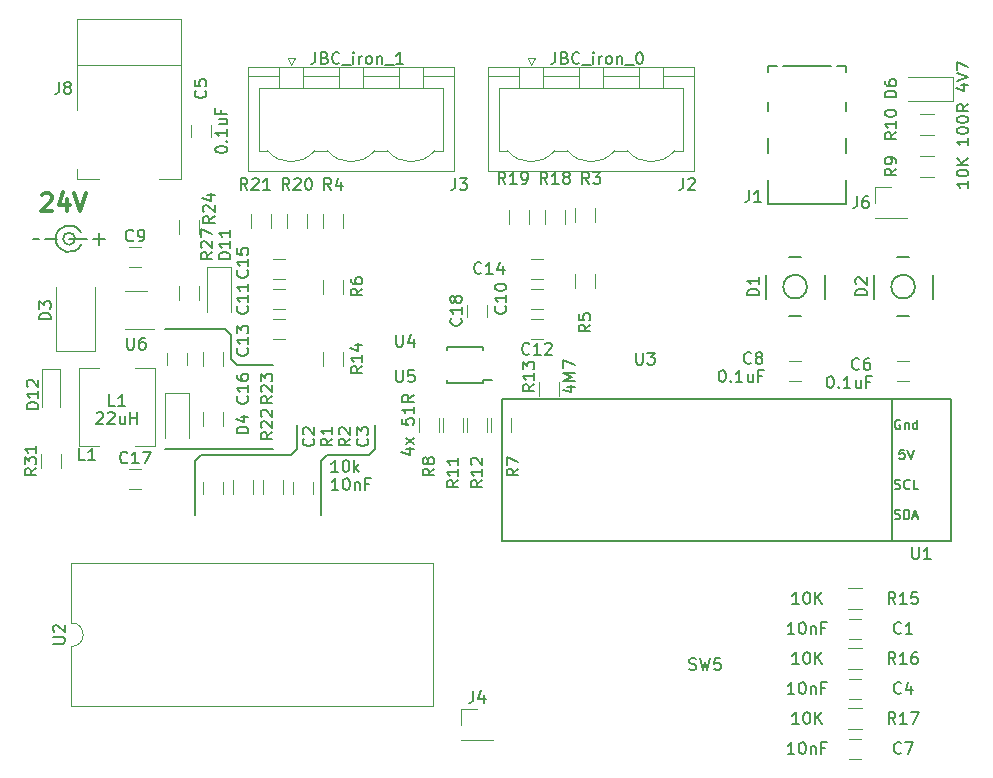
<source format=gbr>
G04 #@! TF.FileFunction,Legend,Top*
%FSLAX46Y46*%
G04 Gerber Fmt 4.6, Leading zero omitted, Abs format (unit mm)*
G04 Created by KiCad (PCBNEW 4.0.7) date 07/05/18 11:54:09*
%MOMM*%
%LPD*%
G01*
G04 APERTURE LIST*
%ADD10C,0.100000*%
%ADD11C,0.200000*%
%ADD12C,0.300000*%
%ADD13C,0.120000*%
%ADD14C,0.150000*%
G04 APERTURE END LIST*
D10*
D11*
X78232000Y-45212000D02*
G75*
G03X78232000Y-45212000I-508000J0D01*
G01*
X74676000Y-45212000D02*
X75184000Y-45212000D01*
X76708000Y-45212000D02*
X75692000Y-45212000D01*
X78740000Y-44704000D02*
G75*
G03X78740000Y-45720000I-1016000J-508000D01*
G01*
X79248000Y-45212000D02*
X77724000Y-45212000D01*
X80264000Y-44704000D02*
X80264000Y-45720000D01*
X80772000Y-45212000D02*
X79756000Y-45212000D01*
D12*
X75430286Y-41485429D02*
X75501715Y-41414000D01*
X75644572Y-41342571D01*
X76001715Y-41342571D01*
X76144572Y-41414000D01*
X76216001Y-41485429D01*
X76287429Y-41628286D01*
X76287429Y-41771143D01*
X76216001Y-41985429D01*
X75358858Y-42842571D01*
X76287429Y-42842571D01*
X77573143Y-41842571D02*
X77573143Y-42842571D01*
X77216000Y-41271143D02*
X76858857Y-42342571D01*
X77787429Y-42342571D01*
X78144571Y-41342571D02*
X78644571Y-42842571D01*
X79144571Y-41342571D01*
D11*
X97028000Y-62992000D02*
X97028000Y-60960000D01*
X103632000Y-62992000D02*
X103632000Y-60960000D01*
X96520000Y-63500000D02*
X97028000Y-62992000D01*
X96012000Y-63500000D02*
X96520000Y-63500000D01*
X88900000Y-63500000D02*
X96012000Y-63500000D01*
X88392000Y-64008000D02*
X88900000Y-63500000D01*
X88392000Y-68580000D02*
X88392000Y-64008000D01*
X99060000Y-64008000D02*
X99060000Y-68580000D01*
X99568000Y-63500000D02*
X99060000Y-64008000D01*
X103124000Y-63500000D02*
X99568000Y-63500000D01*
X103632000Y-62992000D02*
X103124000Y-63500000D01*
X91948000Y-55880000D02*
X92456000Y-55880000D01*
X91440000Y-55372000D02*
X91948000Y-55880000D01*
X91440000Y-53340000D02*
X91440000Y-55372000D01*
X91948000Y-55880000D02*
X91440000Y-55372000D01*
X90932000Y-52832000D02*
X91440000Y-53340000D01*
X85852000Y-52832000D02*
X90932000Y-52832000D01*
X92456000Y-62992000D02*
X85852000Y-62992000D01*
X94996000Y-62992000D02*
X92456000Y-62992000D01*
X92456000Y-55880000D02*
X94996000Y-55880000D01*
D13*
X144772000Y-77382000D02*
X143772000Y-77382000D01*
X143772000Y-79082000D02*
X144772000Y-79082000D01*
X89066000Y-65814000D02*
X89066000Y-66814000D01*
X90766000Y-66814000D02*
X90766000Y-65814000D01*
X96686000Y-65814000D02*
X96686000Y-66814000D01*
X98386000Y-66814000D02*
X98386000Y-65814000D01*
X144772000Y-82462000D02*
X143772000Y-82462000D01*
X143772000Y-84162000D02*
X144772000Y-84162000D01*
X88050000Y-35568000D02*
X88050000Y-36568000D01*
X89750000Y-36568000D02*
X89750000Y-35568000D01*
X148836000Y-55538000D02*
X147836000Y-55538000D01*
X147836000Y-57238000D02*
X148836000Y-57238000D01*
X144772000Y-87542000D02*
X143772000Y-87542000D01*
X143772000Y-89242000D02*
X144772000Y-89242000D01*
X139692000Y-55538000D02*
X138692000Y-55538000D01*
X138692000Y-57238000D02*
X139692000Y-57238000D01*
X83812000Y-45886000D02*
X82812000Y-45886000D01*
X82812000Y-47586000D02*
X83812000Y-47586000D01*
X116848000Y-51142000D02*
X117848000Y-51142000D01*
X117848000Y-49442000D02*
X116848000Y-49442000D01*
X95004000Y-51142000D02*
X96004000Y-51142000D01*
X96004000Y-49442000D02*
X95004000Y-49442000D01*
X116848000Y-53682000D02*
X117848000Y-53682000D01*
X117848000Y-51982000D02*
X116848000Y-51982000D01*
X95004000Y-53682000D02*
X96004000Y-53682000D01*
X96004000Y-51982000D02*
X95004000Y-51982000D01*
X116848000Y-48602000D02*
X117848000Y-48602000D01*
X117848000Y-46902000D02*
X116848000Y-46902000D01*
X95004000Y-48602000D02*
X96004000Y-48602000D01*
X96004000Y-46902000D02*
X95004000Y-46902000D01*
X87718000Y-55872000D02*
X87718000Y-54872000D01*
X86018000Y-54872000D02*
X86018000Y-55872000D01*
X83812000Y-64682000D02*
X82812000Y-64682000D01*
X82812000Y-66382000D02*
X83812000Y-66382000D01*
D14*
X140192000Y-49276000D02*
G75*
G03X140192000Y-49276000I-1000000J0D01*
G01*
X138692000Y-46776000D02*
X139692000Y-46776000D01*
X136692000Y-48276000D02*
X136692000Y-50276000D01*
X141692000Y-50276000D02*
X141692000Y-48276000D01*
X138692000Y-51776000D02*
X139692000Y-51776000D01*
X149336000Y-49276000D02*
G75*
G03X149336000Y-49276000I-1000000J0D01*
G01*
X147836000Y-46776000D02*
X148836000Y-46776000D01*
X145836000Y-48276000D02*
X145836000Y-50276000D01*
X150836000Y-50276000D02*
X150836000Y-48276000D01*
X147836000Y-51776000D02*
X148836000Y-51776000D01*
D13*
X75450000Y-59420000D02*
X75450000Y-56220000D01*
X76950000Y-56220000D02*
X76950000Y-59420000D01*
X76950000Y-56220000D02*
X75450000Y-56220000D01*
D14*
X143510000Y-34426000D02*
X143510000Y-33664000D01*
X143510000Y-37982000D02*
X143510000Y-36712000D01*
X143510000Y-42300000D02*
X143510000Y-40268000D01*
X136906000Y-42300000D02*
X143510000Y-42300000D01*
X136906000Y-40268000D02*
X136906000Y-42300000D01*
X136906000Y-36712000D02*
X136906000Y-37982000D01*
X136906000Y-33664000D02*
X136906000Y-34426000D01*
X136906000Y-30616000D02*
X136906000Y-31124000D01*
X137668000Y-30616000D02*
X136906000Y-30616000D01*
X142240000Y-30616000D02*
X138176000Y-30616000D01*
X142748000Y-30616000D02*
X143510000Y-30616000D01*
X143510000Y-31124000D02*
X143510000Y-30616000D01*
D13*
X118826841Y-37775821D02*
G75*
G02X114840000Y-37760000I-1986841J1665821D01*
G01*
X123906841Y-37775821D02*
G75*
G02X119920000Y-37760000I-1986841J1665821D01*
G01*
X128986841Y-37775821D02*
G75*
G02X125000000Y-37760000I-1986841J1665821D01*
G01*
X113220000Y-30680000D02*
X113220000Y-39440000D01*
X113220000Y-39440000D02*
X130620000Y-39440000D01*
X130620000Y-39440000D02*
X130620000Y-30680000D01*
X130620000Y-30680000D02*
X113220000Y-30680000D01*
X113220000Y-31460000D02*
X115760000Y-31460000D01*
X130620000Y-31460000D02*
X128080000Y-31460000D01*
X117840000Y-31460000D02*
X120920000Y-31460000D01*
X122920000Y-31460000D02*
X126000000Y-31460000D01*
X115840000Y-32460000D02*
X115840000Y-30680000D01*
X115840000Y-30680000D02*
X117840000Y-30680000D01*
X117840000Y-30680000D02*
X117840000Y-32460000D01*
X117840000Y-32460000D02*
X115840000Y-32460000D01*
X120920000Y-32460000D02*
X120920000Y-30680000D01*
X120920000Y-30680000D02*
X122920000Y-30680000D01*
X122920000Y-30680000D02*
X122920000Y-32460000D01*
X122920000Y-32460000D02*
X120920000Y-32460000D01*
X126000000Y-32460000D02*
X126000000Y-30680000D01*
X126000000Y-30680000D02*
X128000000Y-30680000D01*
X128000000Y-30680000D02*
X128000000Y-32460000D01*
X128000000Y-32460000D02*
X126000000Y-32460000D01*
X118840000Y-37760000D02*
X119920000Y-37760000D01*
X123920000Y-37760000D02*
X125000000Y-37760000D01*
X114840000Y-37760000D02*
X114100000Y-37760000D01*
X114100000Y-37760000D02*
X114100000Y-32460000D01*
X114100000Y-32460000D02*
X129740000Y-32460000D01*
X129740000Y-32460000D02*
X129740000Y-37760000D01*
X129740000Y-37760000D02*
X129000000Y-37760000D01*
X117140000Y-29880000D02*
X116840000Y-30480000D01*
X116840000Y-30480000D02*
X116540000Y-29880000D01*
X116540000Y-29880000D02*
X117140000Y-29880000D01*
X98506841Y-37775821D02*
G75*
G02X94520000Y-37760000I-1986841J1665821D01*
G01*
X103586841Y-37775821D02*
G75*
G02X99600000Y-37760000I-1986841J1665821D01*
G01*
X108666841Y-37775821D02*
G75*
G02X104680000Y-37760000I-1986841J1665821D01*
G01*
X92900000Y-30680000D02*
X92900000Y-39440000D01*
X92900000Y-39440000D02*
X110300000Y-39440000D01*
X110300000Y-39440000D02*
X110300000Y-30680000D01*
X110300000Y-30680000D02*
X92900000Y-30680000D01*
X92900000Y-31460000D02*
X95440000Y-31460000D01*
X110300000Y-31460000D02*
X107760000Y-31460000D01*
X97520000Y-31460000D02*
X100600000Y-31460000D01*
X102600000Y-31460000D02*
X105680000Y-31460000D01*
X95520000Y-32460000D02*
X95520000Y-30680000D01*
X95520000Y-30680000D02*
X97520000Y-30680000D01*
X97520000Y-30680000D02*
X97520000Y-32460000D01*
X97520000Y-32460000D02*
X95520000Y-32460000D01*
X100600000Y-32460000D02*
X100600000Y-30680000D01*
X100600000Y-30680000D02*
X102600000Y-30680000D01*
X102600000Y-30680000D02*
X102600000Y-32460000D01*
X102600000Y-32460000D02*
X100600000Y-32460000D01*
X105680000Y-32460000D02*
X105680000Y-30680000D01*
X105680000Y-30680000D02*
X107680000Y-30680000D01*
X107680000Y-30680000D02*
X107680000Y-32460000D01*
X107680000Y-32460000D02*
X105680000Y-32460000D01*
X98520000Y-37760000D02*
X99600000Y-37760000D01*
X103600000Y-37760000D02*
X104680000Y-37760000D01*
X94520000Y-37760000D02*
X93780000Y-37760000D01*
X93780000Y-37760000D02*
X93780000Y-32460000D01*
X93780000Y-32460000D02*
X109420000Y-32460000D01*
X109420000Y-32460000D02*
X109420000Y-37760000D01*
X109420000Y-37760000D02*
X108680000Y-37760000D01*
X96820000Y-29880000D02*
X96520000Y-30480000D01*
X96520000Y-30480000D02*
X96220000Y-29880000D01*
X96220000Y-29880000D02*
X96820000Y-29880000D01*
X87204000Y-30494000D02*
X78404000Y-30494000D01*
X78404000Y-34294000D02*
X78404000Y-26594000D01*
X78404000Y-26594000D02*
X87204000Y-26594000D01*
X87204000Y-26594000D02*
X87204000Y-26794000D01*
X80254000Y-40194000D02*
X78404000Y-40194000D01*
X78404000Y-40194000D02*
X78404000Y-39344000D01*
X87204000Y-26694000D02*
X87204000Y-40194000D01*
X87204000Y-40194000D02*
X85354000Y-40194000D01*
X80288000Y-62736000D02*
X78588000Y-62736000D01*
X78588000Y-62736000D02*
X78588000Y-56136000D01*
X78588000Y-56136000D02*
X80288000Y-56136000D01*
X83288000Y-56136000D02*
X84988000Y-56136000D01*
X84988000Y-56136000D02*
X84988000Y-62736000D01*
X84988000Y-62736000D02*
X83288000Y-62736000D01*
X93336000Y-65614000D02*
X93336000Y-66814000D01*
X91576000Y-66814000D02*
X91576000Y-65614000D01*
X95876000Y-65614000D02*
X95876000Y-66814000D01*
X94116000Y-66814000D02*
X94116000Y-65614000D01*
X122292000Y-42580000D02*
X122292000Y-43780000D01*
X120532000Y-43780000D02*
X120532000Y-42580000D01*
X100956000Y-43088000D02*
X100956000Y-44288000D01*
X99196000Y-44288000D02*
X99196000Y-43088000D01*
X122292000Y-48168000D02*
X122292000Y-49368000D01*
X120532000Y-49368000D02*
X120532000Y-48168000D01*
X100956000Y-48676000D02*
X100956000Y-49876000D01*
X99196000Y-49876000D02*
X99196000Y-48676000D01*
X113420000Y-61560000D02*
X113420000Y-60360000D01*
X115180000Y-60360000D02*
X115180000Y-61560000D01*
X107324000Y-61560000D02*
X107324000Y-60360000D01*
X109084000Y-60360000D02*
X109084000Y-61560000D01*
X150968000Y-39996000D02*
X149768000Y-39996000D01*
X149768000Y-38236000D02*
X150968000Y-38236000D01*
X150968000Y-36440000D02*
X149768000Y-36440000D01*
X149768000Y-34680000D02*
X150968000Y-34680000D01*
X109356000Y-61560000D02*
X109356000Y-60360000D01*
X111116000Y-60360000D02*
X111116000Y-61560000D01*
X111388000Y-61560000D02*
X111388000Y-60360000D01*
X113148000Y-60360000D02*
X113148000Y-61560000D01*
X119244000Y-57312000D02*
X119244000Y-58512000D01*
X117484000Y-58512000D02*
X117484000Y-57312000D01*
X100956000Y-54772000D02*
X100956000Y-55972000D01*
X99196000Y-55972000D02*
X99196000Y-54772000D01*
X143672000Y-74812000D02*
X144872000Y-74812000D01*
X144872000Y-76572000D02*
X143672000Y-76572000D01*
X143672000Y-79892000D02*
X144872000Y-79892000D01*
X144872000Y-81652000D02*
X143672000Y-81652000D01*
X143672000Y-84972000D02*
X144872000Y-84972000D01*
X144872000Y-86732000D02*
X143672000Y-86732000D01*
X117992000Y-43954000D02*
X117992000Y-42754000D01*
X119752000Y-42754000D02*
X119752000Y-43954000D01*
X114944000Y-43954000D02*
X114944000Y-42754000D01*
X116704000Y-42754000D02*
X116704000Y-43954000D01*
X96148000Y-44288000D02*
X96148000Y-43088000D01*
X97908000Y-43088000D02*
X97908000Y-44288000D01*
X93100000Y-44288000D02*
X93100000Y-43088000D01*
X94860000Y-43088000D02*
X94860000Y-44288000D01*
X90796000Y-59852000D02*
X90796000Y-61052000D01*
X89036000Y-61052000D02*
X89036000Y-59852000D01*
X90796000Y-54772000D02*
X90796000Y-55972000D01*
X89036000Y-55972000D02*
X89036000Y-54772000D01*
X87004000Y-44796000D02*
X87004000Y-43596000D01*
X88764000Y-43596000D02*
X88764000Y-44796000D01*
X87004000Y-50384000D02*
X87004000Y-49184000D01*
X88764000Y-49184000D02*
X88764000Y-50384000D01*
X77080000Y-63408000D02*
X77080000Y-64608000D01*
X75320000Y-64608000D02*
X75320000Y-63408000D01*
X77918000Y-77740000D02*
G75*
G02X77918000Y-79740000I0J-1000000D01*
G01*
X77918000Y-79740000D02*
X77918000Y-84800000D01*
X77918000Y-84800000D02*
X108518000Y-84800000D01*
X108518000Y-84800000D02*
X108518000Y-72680000D01*
X108518000Y-72680000D02*
X77918000Y-72680000D01*
X77918000Y-72680000D02*
X77918000Y-77740000D01*
D14*
X109728000Y-57404000D02*
X109728000Y-57150000D01*
X109728000Y-54356000D02*
X109728000Y-54610000D01*
X112776000Y-54356000D02*
X112776000Y-54610000D01*
X109728000Y-54356000D02*
X112776000Y-54356000D01*
X112776000Y-57150000D02*
X113538000Y-57150000D01*
X112776000Y-57404000D02*
X112776000Y-57150000D01*
X111252000Y-57404000D02*
X112776000Y-57404000D01*
X111252000Y-57404000D02*
X109728000Y-57404000D01*
D13*
X84296000Y-49632000D02*
X82496000Y-49632000D01*
X82496000Y-52852000D02*
X84946000Y-52852000D01*
X76582000Y-54708000D02*
X79882000Y-54708000D01*
X79882000Y-54708000D02*
X79882000Y-49308000D01*
X76582000Y-54708000D02*
X76582000Y-49308000D01*
X87868000Y-58252000D02*
X85868000Y-58252000D01*
X85868000Y-58252000D02*
X85868000Y-62102000D01*
X87868000Y-58252000D02*
X87868000Y-62102000D01*
X152568000Y-33512000D02*
X152568000Y-31512000D01*
X152568000Y-31512000D02*
X148718000Y-31512000D01*
X152568000Y-33512000D02*
X148718000Y-33512000D01*
X91424000Y-47584000D02*
X89424000Y-47584000D01*
X89424000Y-47584000D02*
X89424000Y-51434000D01*
X91424000Y-47584000D02*
X91424000Y-51434000D01*
X111418000Y-50808000D02*
X111418000Y-51808000D01*
X113118000Y-51808000D02*
X113118000Y-50808000D01*
X110938000Y-87690000D02*
X113598000Y-87690000D01*
X110938000Y-87630000D02*
X110938000Y-87690000D01*
X113598000Y-87630000D02*
X113598000Y-87690000D01*
X110938000Y-87630000D02*
X113598000Y-87630000D01*
X110938000Y-86360000D02*
X110938000Y-85030000D01*
X110938000Y-85030000D02*
X112268000Y-85030000D01*
X145990000Y-43494000D02*
X148650000Y-43494000D01*
X145990000Y-43434000D02*
X145990000Y-43494000D01*
X148650000Y-43434000D02*
X148650000Y-43494000D01*
X145990000Y-43434000D02*
X148650000Y-43434000D01*
X145990000Y-42164000D02*
X145990000Y-40834000D01*
X145990000Y-40834000D02*
X147320000Y-40834000D01*
D14*
X147376000Y-58800000D02*
X147376000Y-70770000D01*
X114376000Y-58770000D02*
X152376000Y-58770000D01*
X114376000Y-70770000D02*
X114376000Y-58770000D01*
X152376000Y-70770000D02*
X114376000Y-70770000D01*
X152376000Y-58770000D02*
X152376000Y-70770000D01*
X148169334Y-78589143D02*
X148121715Y-78636762D01*
X147978858Y-78684381D01*
X147883620Y-78684381D01*
X147740762Y-78636762D01*
X147645524Y-78541524D01*
X147597905Y-78446286D01*
X147550286Y-78255810D01*
X147550286Y-78112952D01*
X147597905Y-77922476D01*
X147645524Y-77827238D01*
X147740762Y-77732000D01*
X147883620Y-77684381D01*
X147978858Y-77684381D01*
X148121715Y-77732000D01*
X148169334Y-77779619D01*
X149121715Y-78684381D02*
X148550286Y-78684381D01*
X148836000Y-78684381D02*
X148836000Y-77684381D01*
X148740762Y-77827238D01*
X148645524Y-77922476D01*
X148550286Y-77970095D01*
X139136572Y-78684381D02*
X138565143Y-78684381D01*
X138850857Y-78684381D02*
X138850857Y-77684381D01*
X138755619Y-77827238D01*
X138660381Y-77922476D01*
X138565143Y-77970095D01*
X139755619Y-77684381D02*
X139850858Y-77684381D01*
X139946096Y-77732000D01*
X139993715Y-77779619D01*
X140041334Y-77874857D01*
X140088953Y-78065333D01*
X140088953Y-78303429D01*
X140041334Y-78493905D01*
X139993715Y-78589143D01*
X139946096Y-78636762D01*
X139850858Y-78684381D01*
X139755619Y-78684381D01*
X139660381Y-78636762D01*
X139612762Y-78589143D01*
X139565143Y-78493905D01*
X139517524Y-78303429D01*
X139517524Y-78065333D01*
X139565143Y-77874857D01*
X139612762Y-77779619D01*
X139660381Y-77732000D01*
X139755619Y-77684381D01*
X140517524Y-78017714D02*
X140517524Y-78684381D01*
X140517524Y-78112952D02*
X140565143Y-78065333D01*
X140660381Y-78017714D01*
X140803239Y-78017714D01*
X140898477Y-78065333D01*
X140946096Y-78160571D01*
X140946096Y-78684381D01*
X141755620Y-78160571D02*
X141422286Y-78160571D01*
X141422286Y-78684381D02*
X141422286Y-77684381D01*
X141898477Y-77684381D01*
X98401143Y-62142666D02*
X98448762Y-62190285D01*
X98496381Y-62333142D01*
X98496381Y-62428380D01*
X98448762Y-62571238D01*
X98353524Y-62666476D01*
X98258286Y-62714095D01*
X98067810Y-62761714D01*
X97924952Y-62761714D01*
X97734476Y-62714095D01*
X97639238Y-62666476D01*
X97544000Y-62571238D01*
X97496381Y-62428380D01*
X97496381Y-62333142D01*
X97544000Y-62190285D01*
X97591619Y-62142666D01*
X97591619Y-61761714D02*
X97544000Y-61714095D01*
X97496381Y-61618857D01*
X97496381Y-61380761D01*
X97544000Y-61285523D01*
X97591619Y-61237904D01*
X97686857Y-61190285D01*
X97782095Y-61190285D01*
X97924952Y-61237904D01*
X98496381Y-61809333D01*
X98496381Y-61190285D01*
X102973143Y-62142666D02*
X103020762Y-62190285D01*
X103068381Y-62333142D01*
X103068381Y-62428380D01*
X103020762Y-62571238D01*
X102925524Y-62666476D01*
X102830286Y-62714095D01*
X102639810Y-62761714D01*
X102496952Y-62761714D01*
X102306476Y-62714095D01*
X102211238Y-62666476D01*
X102116000Y-62571238D01*
X102068381Y-62428380D01*
X102068381Y-62333142D01*
X102116000Y-62190285D01*
X102163619Y-62142666D01*
X102068381Y-61809333D02*
X102068381Y-61190285D01*
X102449333Y-61523619D01*
X102449333Y-61380761D01*
X102496952Y-61285523D01*
X102544571Y-61237904D01*
X102639810Y-61190285D01*
X102877905Y-61190285D01*
X102973143Y-61237904D01*
X103020762Y-61285523D01*
X103068381Y-61380761D01*
X103068381Y-61666476D01*
X103020762Y-61761714D01*
X102973143Y-61809333D01*
X100528572Y-66492381D02*
X99957143Y-66492381D01*
X100242857Y-66492381D02*
X100242857Y-65492381D01*
X100147619Y-65635238D01*
X100052381Y-65730476D01*
X99957143Y-65778095D01*
X101147619Y-65492381D02*
X101242858Y-65492381D01*
X101338096Y-65540000D01*
X101385715Y-65587619D01*
X101433334Y-65682857D01*
X101480953Y-65873333D01*
X101480953Y-66111429D01*
X101433334Y-66301905D01*
X101385715Y-66397143D01*
X101338096Y-66444762D01*
X101242858Y-66492381D01*
X101147619Y-66492381D01*
X101052381Y-66444762D01*
X101004762Y-66397143D01*
X100957143Y-66301905D01*
X100909524Y-66111429D01*
X100909524Y-65873333D01*
X100957143Y-65682857D01*
X101004762Y-65587619D01*
X101052381Y-65540000D01*
X101147619Y-65492381D01*
X101909524Y-65825714D02*
X101909524Y-66492381D01*
X101909524Y-65920952D02*
X101957143Y-65873333D01*
X102052381Y-65825714D01*
X102195239Y-65825714D01*
X102290477Y-65873333D01*
X102338096Y-65968571D01*
X102338096Y-66492381D01*
X103147620Y-65968571D02*
X102814286Y-65968571D01*
X102814286Y-66492381D02*
X102814286Y-65492381D01*
X103290477Y-65492381D01*
X148169334Y-83669143D02*
X148121715Y-83716762D01*
X147978858Y-83764381D01*
X147883620Y-83764381D01*
X147740762Y-83716762D01*
X147645524Y-83621524D01*
X147597905Y-83526286D01*
X147550286Y-83335810D01*
X147550286Y-83192952D01*
X147597905Y-83002476D01*
X147645524Y-82907238D01*
X147740762Y-82812000D01*
X147883620Y-82764381D01*
X147978858Y-82764381D01*
X148121715Y-82812000D01*
X148169334Y-82859619D01*
X149026477Y-83097714D02*
X149026477Y-83764381D01*
X148788381Y-82716762D02*
X148550286Y-83431048D01*
X149169334Y-83431048D01*
X139136572Y-83764381D02*
X138565143Y-83764381D01*
X138850857Y-83764381D02*
X138850857Y-82764381D01*
X138755619Y-82907238D01*
X138660381Y-83002476D01*
X138565143Y-83050095D01*
X139755619Y-82764381D02*
X139850858Y-82764381D01*
X139946096Y-82812000D01*
X139993715Y-82859619D01*
X140041334Y-82954857D01*
X140088953Y-83145333D01*
X140088953Y-83383429D01*
X140041334Y-83573905D01*
X139993715Y-83669143D01*
X139946096Y-83716762D01*
X139850858Y-83764381D01*
X139755619Y-83764381D01*
X139660381Y-83716762D01*
X139612762Y-83669143D01*
X139565143Y-83573905D01*
X139517524Y-83383429D01*
X139517524Y-83145333D01*
X139565143Y-82954857D01*
X139612762Y-82859619D01*
X139660381Y-82812000D01*
X139755619Y-82764381D01*
X140517524Y-83097714D02*
X140517524Y-83764381D01*
X140517524Y-83192952D02*
X140565143Y-83145333D01*
X140660381Y-83097714D01*
X140803239Y-83097714D01*
X140898477Y-83145333D01*
X140946096Y-83240571D01*
X140946096Y-83764381D01*
X141755620Y-83240571D02*
X141422286Y-83240571D01*
X141422286Y-83764381D02*
X141422286Y-82764381D01*
X141898477Y-82764381D01*
X89257143Y-32678666D02*
X89304762Y-32726285D01*
X89352381Y-32869142D01*
X89352381Y-32964380D01*
X89304762Y-33107238D01*
X89209524Y-33202476D01*
X89114286Y-33250095D01*
X88923810Y-33297714D01*
X88780952Y-33297714D01*
X88590476Y-33250095D01*
X88495238Y-33202476D01*
X88400000Y-33107238D01*
X88352381Y-32964380D01*
X88352381Y-32869142D01*
X88400000Y-32726285D01*
X88447619Y-32678666D01*
X88352381Y-31773904D02*
X88352381Y-32250095D01*
X88828571Y-32297714D01*
X88780952Y-32250095D01*
X88733333Y-32154857D01*
X88733333Y-31916761D01*
X88780952Y-31821523D01*
X88828571Y-31773904D01*
X88923810Y-31726285D01*
X89161905Y-31726285D01*
X89257143Y-31773904D01*
X89304762Y-31821523D01*
X89352381Y-31916761D01*
X89352381Y-32154857D01*
X89304762Y-32250095D01*
X89257143Y-32297714D01*
X90102381Y-37710857D02*
X90102381Y-37615618D01*
X90150000Y-37520380D01*
X90197619Y-37472761D01*
X90292857Y-37425142D01*
X90483333Y-37377523D01*
X90721429Y-37377523D01*
X90911905Y-37425142D01*
X91007143Y-37472761D01*
X91054762Y-37520380D01*
X91102381Y-37615618D01*
X91102381Y-37710857D01*
X91054762Y-37806095D01*
X91007143Y-37853714D01*
X90911905Y-37901333D01*
X90721429Y-37948952D01*
X90483333Y-37948952D01*
X90292857Y-37901333D01*
X90197619Y-37853714D01*
X90150000Y-37806095D01*
X90102381Y-37710857D01*
X91007143Y-36948952D02*
X91054762Y-36901333D01*
X91102381Y-36948952D01*
X91054762Y-36996571D01*
X91007143Y-36948952D01*
X91102381Y-36948952D01*
X91102381Y-35948952D02*
X91102381Y-36520381D01*
X91102381Y-36234667D02*
X90102381Y-36234667D01*
X90245238Y-36329905D01*
X90340476Y-36425143D01*
X90388095Y-36520381D01*
X90435714Y-35091809D02*
X91102381Y-35091809D01*
X90435714Y-35520381D02*
X90959524Y-35520381D01*
X91054762Y-35472762D01*
X91102381Y-35377524D01*
X91102381Y-35234666D01*
X91054762Y-35139428D01*
X91007143Y-35091809D01*
X90578571Y-34282285D02*
X90578571Y-34615619D01*
X91102381Y-34615619D02*
X90102381Y-34615619D01*
X90102381Y-34139428D01*
X144613334Y-56237143D02*
X144565715Y-56284762D01*
X144422858Y-56332381D01*
X144327620Y-56332381D01*
X144184762Y-56284762D01*
X144089524Y-56189524D01*
X144041905Y-56094286D01*
X143994286Y-55903810D01*
X143994286Y-55760952D01*
X144041905Y-55570476D01*
X144089524Y-55475238D01*
X144184762Y-55380000D01*
X144327620Y-55332381D01*
X144422858Y-55332381D01*
X144565715Y-55380000D01*
X144613334Y-55427619D01*
X145470477Y-55332381D02*
X145280000Y-55332381D01*
X145184762Y-55380000D01*
X145137143Y-55427619D01*
X145041905Y-55570476D01*
X144994286Y-55760952D01*
X144994286Y-56141905D01*
X145041905Y-56237143D01*
X145089524Y-56284762D01*
X145184762Y-56332381D01*
X145375239Y-56332381D01*
X145470477Y-56284762D01*
X145518096Y-56237143D01*
X145565715Y-56141905D01*
X145565715Y-55903810D01*
X145518096Y-55808571D01*
X145470477Y-55760952D01*
X145375239Y-55713333D01*
X145184762Y-55713333D01*
X145089524Y-55760952D01*
X145041905Y-55808571D01*
X144994286Y-55903810D01*
X142121143Y-56856381D02*
X142216382Y-56856381D01*
X142311620Y-56904000D01*
X142359239Y-56951619D01*
X142406858Y-57046857D01*
X142454477Y-57237333D01*
X142454477Y-57475429D01*
X142406858Y-57665905D01*
X142359239Y-57761143D01*
X142311620Y-57808762D01*
X142216382Y-57856381D01*
X142121143Y-57856381D01*
X142025905Y-57808762D01*
X141978286Y-57761143D01*
X141930667Y-57665905D01*
X141883048Y-57475429D01*
X141883048Y-57237333D01*
X141930667Y-57046857D01*
X141978286Y-56951619D01*
X142025905Y-56904000D01*
X142121143Y-56856381D01*
X142883048Y-57761143D02*
X142930667Y-57808762D01*
X142883048Y-57856381D01*
X142835429Y-57808762D01*
X142883048Y-57761143D01*
X142883048Y-57856381D01*
X143883048Y-57856381D02*
X143311619Y-57856381D01*
X143597333Y-57856381D02*
X143597333Y-56856381D01*
X143502095Y-56999238D01*
X143406857Y-57094476D01*
X143311619Y-57142095D01*
X144740191Y-57189714D02*
X144740191Y-57856381D01*
X144311619Y-57189714D02*
X144311619Y-57713524D01*
X144359238Y-57808762D01*
X144454476Y-57856381D01*
X144597334Y-57856381D01*
X144692572Y-57808762D01*
X144740191Y-57761143D01*
X145549715Y-57332571D02*
X145216381Y-57332571D01*
X145216381Y-57856381D02*
X145216381Y-56856381D01*
X145692572Y-56856381D01*
X148169334Y-88749143D02*
X148121715Y-88796762D01*
X147978858Y-88844381D01*
X147883620Y-88844381D01*
X147740762Y-88796762D01*
X147645524Y-88701524D01*
X147597905Y-88606286D01*
X147550286Y-88415810D01*
X147550286Y-88272952D01*
X147597905Y-88082476D01*
X147645524Y-87987238D01*
X147740762Y-87892000D01*
X147883620Y-87844381D01*
X147978858Y-87844381D01*
X148121715Y-87892000D01*
X148169334Y-87939619D01*
X148502667Y-87844381D02*
X149169334Y-87844381D01*
X148740762Y-88844381D01*
X139136572Y-88844381D02*
X138565143Y-88844381D01*
X138850857Y-88844381D02*
X138850857Y-87844381D01*
X138755619Y-87987238D01*
X138660381Y-88082476D01*
X138565143Y-88130095D01*
X139755619Y-87844381D02*
X139850858Y-87844381D01*
X139946096Y-87892000D01*
X139993715Y-87939619D01*
X140041334Y-88034857D01*
X140088953Y-88225333D01*
X140088953Y-88463429D01*
X140041334Y-88653905D01*
X139993715Y-88749143D01*
X139946096Y-88796762D01*
X139850858Y-88844381D01*
X139755619Y-88844381D01*
X139660381Y-88796762D01*
X139612762Y-88749143D01*
X139565143Y-88653905D01*
X139517524Y-88463429D01*
X139517524Y-88225333D01*
X139565143Y-88034857D01*
X139612762Y-87939619D01*
X139660381Y-87892000D01*
X139755619Y-87844381D01*
X140517524Y-88177714D02*
X140517524Y-88844381D01*
X140517524Y-88272952D02*
X140565143Y-88225333D01*
X140660381Y-88177714D01*
X140803239Y-88177714D01*
X140898477Y-88225333D01*
X140946096Y-88320571D01*
X140946096Y-88844381D01*
X141755620Y-88320571D02*
X141422286Y-88320571D01*
X141422286Y-88844381D02*
X141422286Y-87844381D01*
X141898477Y-87844381D01*
X135469334Y-55729143D02*
X135421715Y-55776762D01*
X135278858Y-55824381D01*
X135183620Y-55824381D01*
X135040762Y-55776762D01*
X134945524Y-55681524D01*
X134897905Y-55586286D01*
X134850286Y-55395810D01*
X134850286Y-55252952D01*
X134897905Y-55062476D01*
X134945524Y-54967238D01*
X135040762Y-54872000D01*
X135183620Y-54824381D01*
X135278858Y-54824381D01*
X135421715Y-54872000D01*
X135469334Y-54919619D01*
X136040762Y-55252952D02*
X135945524Y-55205333D01*
X135897905Y-55157714D01*
X135850286Y-55062476D01*
X135850286Y-55014857D01*
X135897905Y-54919619D01*
X135945524Y-54872000D01*
X136040762Y-54824381D01*
X136231239Y-54824381D01*
X136326477Y-54872000D01*
X136374096Y-54919619D01*
X136421715Y-55014857D01*
X136421715Y-55062476D01*
X136374096Y-55157714D01*
X136326477Y-55205333D01*
X136231239Y-55252952D01*
X136040762Y-55252952D01*
X135945524Y-55300571D01*
X135897905Y-55348190D01*
X135850286Y-55443429D01*
X135850286Y-55633905D01*
X135897905Y-55729143D01*
X135945524Y-55776762D01*
X136040762Y-55824381D01*
X136231239Y-55824381D01*
X136326477Y-55776762D01*
X136374096Y-55729143D01*
X136421715Y-55633905D01*
X136421715Y-55443429D01*
X136374096Y-55348190D01*
X136326477Y-55300571D01*
X136231239Y-55252952D01*
X132977143Y-56348381D02*
X133072382Y-56348381D01*
X133167620Y-56396000D01*
X133215239Y-56443619D01*
X133262858Y-56538857D01*
X133310477Y-56729333D01*
X133310477Y-56967429D01*
X133262858Y-57157905D01*
X133215239Y-57253143D01*
X133167620Y-57300762D01*
X133072382Y-57348381D01*
X132977143Y-57348381D01*
X132881905Y-57300762D01*
X132834286Y-57253143D01*
X132786667Y-57157905D01*
X132739048Y-56967429D01*
X132739048Y-56729333D01*
X132786667Y-56538857D01*
X132834286Y-56443619D01*
X132881905Y-56396000D01*
X132977143Y-56348381D01*
X133739048Y-57253143D02*
X133786667Y-57300762D01*
X133739048Y-57348381D01*
X133691429Y-57300762D01*
X133739048Y-57253143D01*
X133739048Y-57348381D01*
X134739048Y-57348381D02*
X134167619Y-57348381D01*
X134453333Y-57348381D02*
X134453333Y-56348381D01*
X134358095Y-56491238D01*
X134262857Y-56586476D01*
X134167619Y-56634095D01*
X135596191Y-56681714D02*
X135596191Y-57348381D01*
X135167619Y-56681714D02*
X135167619Y-57205524D01*
X135215238Y-57300762D01*
X135310476Y-57348381D01*
X135453334Y-57348381D01*
X135548572Y-57300762D01*
X135596191Y-57253143D01*
X136405715Y-56824571D02*
X136072381Y-56824571D01*
X136072381Y-57348381D02*
X136072381Y-56348381D01*
X136548572Y-56348381D01*
X83145334Y-45343143D02*
X83097715Y-45390762D01*
X82954858Y-45438381D01*
X82859620Y-45438381D01*
X82716762Y-45390762D01*
X82621524Y-45295524D01*
X82573905Y-45200286D01*
X82526286Y-45009810D01*
X82526286Y-44866952D01*
X82573905Y-44676476D01*
X82621524Y-44581238D01*
X82716762Y-44486000D01*
X82859620Y-44438381D01*
X82954858Y-44438381D01*
X83097715Y-44486000D01*
X83145334Y-44533619D01*
X83621524Y-45438381D02*
X83812000Y-45438381D01*
X83907239Y-45390762D01*
X83954858Y-45343143D01*
X84050096Y-45200286D01*
X84097715Y-45009810D01*
X84097715Y-44628857D01*
X84050096Y-44533619D01*
X84002477Y-44486000D01*
X83907239Y-44438381D01*
X83716762Y-44438381D01*
X83621524Y-44486000D01*
X83573905Y-44533619D01*
X83526286Y-44628857D01*
X83526286Y-44866952D01*
X83573905Y-44962190D01*
X83621524Y-45009810D01*
X83716762Y-45057429D01*
X83907239Y-45057429D01*
X84002477Y-45009810D01*
X84050096Y-44962190D01*
X84097715Y-44866952D01*
X114657143Y-50934857D02*
X114704762Y-50982476D01*
X114752381Y-51125333D01*
X114752381Y-51220571D01*
X114704762Y-51363429D01*
X114609524Y-51458667D01*
X114514286Y-51506286D01*
X114323810Y-51553905D01*
X114180952Y-51553905D01*
X113990476Y-51506286D01*
X113895238Y-51458667D01*
X113800000Y-51363429D01*
X113752381Y-51220571D01*
X113752381Y-51125333D01*
X113800000Y-50982476D01*
X113847619Y-50934857D01*
X114752381Y-49982476D02*
X114752381Y-50553905D01*
X114752381Y-50268191D02*
X113752381Y-50268191D01*
X113895238Y-50363429D01*
X113990476Y-50458667D01*
X114038095Y-50553905D01*
X113752381Y-49363429D02*
X113752381Y-49268190D01*
X113800000Y-49172952D01*
X113847619Y-49125333D01*
X113942857Y-49077714D01*
X114133333Y-49030095D01*
X114371429Y-49030095D01*
X114561905Y-49077714D01*
X114657143Y-49125333D01*
X114704762Y-49172952D01*
X114752381Y-49268190D01*
X114752381Y-49363429D01*
X114704762Y-49458667D01*
X114657143Y-49506286D01*
X114561905Y-49553905D01*
X114371429Y-49601524D01*
X114133333Y-49601524D01*
X113942857Y-49553905D01*
X113847619Y-49506286D01*
X113800000Y-49458667D01*
X113752381Y-49363429D01*
X92813143Y-50934857D02*
X92860762Y-50982476D01*
X92908381Y-51125333D01*
X92908381Y-51220571D01*
X92860762Y-51363429D01*
X92765524Y-51458667D01*
X92670286Y-51506286D01*
X92479810Y-51553905D01*
X92336952Y-51553905D01*
X92146476Y-51506286D01*
X92051238Y-51458667D01*
X91956000Y-51363429D01*
X91908381Y-51220571D01*
X91908381Y-51125333D01*
X91956000Y-50982476D01*
X92003619Y-50934857D01*
X92908381Y-49982476D02*
X92908381Y-50553905D01*
X92908381Y-50268191D02*
X91908381Y-50268191D01*
X92051238Y-50363429D01*
X92146476Y-50458667D01*
X92194095Y-50553905D01*
X92908381Y-49030095D02*
X92908381Y-49601524D01*
X92908381Y-49315810D02*
X91908381Y-49315810D01*
X92051238Y-49411048D01*
X92146476Y-49506286D01*
X92194095Y-49601524D01*
X116705143Y-54939143D02*
X116657524Y-54986762D01*
X116514667Y-55034381D01*
X116419429Y-55034381D01*
X116276571Y-54986762D01*
X116181333Y-54891524D01*
X116133714Y-54796286D01*
X116086095Y-54605810D01*
X116086095Y-54462952D01*
X116133714Y-54272476D01*
X116181333Y-54177238D01*
X116276571Y-54082000D01*
X116419429Y-54034381D01*
X116514667Y-54034381D01*
X116657524Y-54082000D01*
X116705143Y-54129619D01*
X117657524Y-55034381D02*
X117086095Y-55034381D01*
X117371809Y-55034381D02*
X117371809Y-54034381D01*
X117276571Y-54177238D01*
X117181333Y-54272476D01*
X117086095Y-54320095D01*
X118038476Y-54129619D02*
X118086095Y-54082000D01*
X118181333Y-54034381D01*
X118419429Y-54034381D01*
X118514667Y-54082000D01*
X118562286Y-54129619D01*
X118609905Y-54224857D01*
X118609905Y-54320095D01*
X118562286Y-54462952D01*
X117990857Y-55034381D01*
X118609905Y-55034381D01*
X92813143Y-54490857D02*
X92860762Y-54538476D01*
X92908381Y-54681333D01*
X92908381Y-54776571D01*
X92860762Y-54919429D01*
X92765524Y-55014667D01*
X92670286Y-55062286D01*
X92479810Y-55109905D01*
X92336952Y-55109905D01*
X92146476Y-55062286D01*
X92051238Y-55014667D01*
X91956000Y-54919429D01*
X91908381Y-54776571D01*
X91908381Y-54681333D01*
X91956000Y-54538476D01*
X92003619Y-54490857D01*
X92908381Y-53538476D02*
X92908381Y-54109905D01*
X92908381Y-53824191D02*
X91908381Y-53824191D01*
X92051238Y-53919429D01*
X92146476Y-54014667D01*
X92194095Y-54109905D01*
X91908381Y-53205143D02*
X91908381Y-52586095D01*
X92289333Y-52919429D01*
X92289333Y-52776571D01*
X92336952Y-52681333D01*
X92384571Y-52633714D01*
X92479810Y-52586095D01*
X92717905Y-52586095D01*
X92813143Y-52633714D01*
X92860762Y-52681333D01*
X92908381Y-52776571D01*
X92908381Y-53062286D01*
X92860762Y-53157524D01*
X92813143Y-53205143D01*
X112641143Y-48109143D02*
X112593524Y-48156762D01*
X112450667Y-48204381D01*
X112355429Y-48204381D01*
X112212571Y-48156762D01*
X112117333Y-48061524D01*
X112069714Y-47966286D01*
X112022095Y-47775810D01*
X112022095Y-47632952D01*
X112069714Y-47442476D01*
X112117333Y-47347238D01*
X112212571Y-47252000D01*
X112355429Y-47204381D01*
X112450667Y-47204381D01*
X112593524Y-47252000D01*
X112641143Y-47299619D01*
X113593524Y-48204381D02*
X113022095Y-48204381D01*
X113307809Y-48204381D02*
X113307809Y-47204381D01*
X113212571Y-47347238D01*
X113117333Y-47442476D01*
X113022095Y-47490095D01*
X114450667Y-47537714D02*
X114450667Y-48204381D01*
X114212571Y-47156762D02*
X113974476Y-47871048D01*
X114593524Y-47871048D01*
X92813143Y-47886857D02*
X92860762Y-47934476D01*
X92908381Y-48077333D01*
X92908381Y-48172571D01*
X92860762Y-48315429D01*
X92765524Y-48410667D01*
X92670286Y-48458286D01*
X92479810Y-48505905D01*
X92336952Y-48505905D01*
X92146476Y-48458286D01*
X92051238Y-48410667D01*
X91956000Y-48315429D01*
X91908381Y-48172571D01*
X91908381Y-48077333D01*
X91956000Y-47934476D01*
X92003619Y-47886857D01*
X92908381Y-46934476D02*
X92908381Y-47505905D01*
X92908381Y-47220191D02*
X91908381Y-47220191D01*
X92051238Y-47315429D01*
X92146476Y-47410667D01*
X92194095Y-47505905D01*
X91908381Y-46029714D02*
X91908381Y-46505905D01*
X92384571Y-46553524D01*
X92336952Y-46505905D01*
X92289333Y-46410667D01*
X92289333Y-46172571D01*
X92336952Y-46077333D01*
X92384571Y-46029714D01*
X92479810Y-45982095D01*
X92717905Y-45982095D01*
X92813143Y-46029714D01*
X92860762Y-46077333D01*
X92908381Y-46172571D01*
X92908381Y-46410667D01*
X92860762Y-46505905D01*
X92813143Y-46553524D01*
X92813143Y-58554857D02*
X92860762Y-58602476D01*
X92908381Y-58745333D01*
X92908381Y-58840571D01*
X92860762Y-58983429D01*
X92765524Y-59078667D01*
X92670286Y-59126286D01*
X92479810Y-59173905D01*
X92336952Y-59173905D01*
X92146476Y-59126286D01*
X92051238Y-59078667D01*
X91956000Y-58983429D01*
X91908381Y-58840571D01*
X91908381Y-58745333D01*
X91956000Y-58602476D01*
X92003619Y-58554857D01*
X92908381Y-57602476D02*
X92908381Y-58173905D01*
X92908381Y-57888191D02*
X91908381Y-57888191D01*
X92051238Y-57983429D01*
X92146476Y-58078667D01*
X92194095Y-58173905D01*
X91908381Y-56745333D02*
X91908381Y-56935810D01*
X91956000Y-57031048D01*
X92003619Y-57078667D01*
X92146476Y-57173905D01*
X92336952Y-57221524D01*
X92717905Y-57221524D01*
X92813143Y-57173905D01*
X92860762Y-57126286D01*
X92908381Y-57031048D01*
X92908381Y-56840571D01*
X92860762Y-56745333D01*
X92813143Y-56697714D01*
X92717905Y-56650095D01*
X92479810Y-56650095D01*
X92384571Y-56697714D01*
X92336952Y-56745333D01*
X92289333Y-56840571D01*
X92289333Y-57031048D01*
X92336952Y-57126286D01*
X92384571Y-57173905D01*
X92479810Y-57221524D01*
X82669143Y-64139143D02*
X82621524Y-64186762D01*
X82478667Y-64234381D01*
X82383429Y-64234381D01*
X82240571Y-64186762D01*
X82145333Y-64091524D01*
X82097714Y-63996286D01*
X82050095Y-63805810D01*
X82050095Y-63662952D01*
X82097714Y-63472476D01*
X82145333Y-63377238D01*
X82240571Y-63282000D01*
X82383429Y-63234381D01*
X82478667Y-63234381D01*
X82621524Y-63282000D01*
X82669143Y-63329619D01*
X83621524Y-64234381D02*
X83050095Y-64234381D01*
X83335809Y-64234381D02*
X83335809Y-63234381D01*
X83240571Y-63377238D01*
X83145333Y-63472476D01*
X83050095Y-63520095D01*
X83954857Y-63234381D02*
X84621524Y-63234381D01*
X84192952Y-64234381D01*
X136144381Y-50014095D02*
X135144381Y-50014095D01*
X135144381Y-49776000D01*
X135192000Y-49633142D01*
X135287238Y-49537904D01*
X135382476Y-49490285D01*
X135572952Y-49442666D01*
X135715810Y-49442666D01*
X135906286Y-49490285D01*
X136001524Y-49537904D01*
X136096762Y-49633142D01*
X136144381Y-49776000D01*
X136144381Y-50014095D01*
X136144381Y-48490285D02*
X136144381Y-49061714D01*
X136144381Y-48776000D02*
X135144381Y-48776000D01*
X135287238Y-48871238D01*
X135382476Y-48966476D01*
X135430095Y-49061714D01*
X145288381Y-50014095D02*
X144288381Y-50014095D01*
X144288381Y-49776000D01*
X144336000Y-49633142D01*
X144431238Y-49537904D01*
X144526476Y-49490285D01*
X144716952Y-49442666D01*
X144859810Y-49442666D01*
X145050286Y-49490285D01*
X145145524Y-49537904D01*
X145240762Y-49633142D01*
X145288381Y-49776000D01*
X145288381Y-50014095D01*
X144383619Y-49061714D02*
X144336000Y-49014095D01*
X144288381Y-48918857D01*
X144288381Y-48680761D01*
X144336000Y-48585523D01*
X144383619Y-48537904D01*
X144478857Y-48490285D01*
X144574095Y-48490285D01*
X144716952Y-48537904D01*
X145288381Y-49109333D01*
X145288381Y-48490285D01*
X75128381Y-59634286D02*
X74128381Y-59634286D01*
X74128381Y-59396191D01*
X74176000Y-59253333D01*
X74271238Y-59158095D01*
X74366476Y-59110476D01*
X74556952Y-59062857D01*
X74699810Y-59062857D01*
X74890286Y-59110476D01*
X74985524Y-59158095D01*
X75080762Y-59253333D01*
X75128381Y-59396191D01*
X75128381Y-59634286D01*
X75128381Y-58110476D02*
X75128381Y-58681905D01*
X75128381Y-58396191D02*
X74128381Y-58396191D01*
X74271238Y-58491429D01*
X74366476Y-58586667D01*
X74414095Y-58681905D01*
X74223619Y-57729524D02*
X74176000Y-57681905D01*
X74128381Y-57586667D01*
X74128381Y-57348571D01*
X74176000Y-57253333D01*
X74223619Y-57205714D01*
X74318857Y-57158095D01*
X74414095Y-57158095D01*
X74556952Y-57205714D01*
X75128381Y-57777143D01*
X75128381Y-57158095D01*
X135302667Y-41108381D02*
X135302667Y-41822667D01*
X135255047Y-41965524D01*
X135159809Y-42060762D01*
X135016952Y-42108381D01*
X134921714Y-42108381D01*
X136302667Y-42108381D02*
X135731238Y-42108381D01*
X136016952Y-42108381D02*
X136016952Y-41108381D01*
X135921714Y-41251238D01*
X135826476Y-41346476D01*
X135731238Y-41394095D01*
X129714667Y-40092381D02*
X129714667Y-40806667D01*
X129667047Y-40949524D01*
X129571809Y-41044762D01*
X129428952Y-41092381D01*
X129333714Y-41092381D01*
X130143238Y-40187619D02*
X130190857Y-40140000D01*
X130286095Y-40092381D01*
X130524191Y-40092381D01*
X130619429Y-40140000D01*
X130667048Y-40187619D01*
X130714667Y-40282857D01*
X130714667Y-40378095D01*
X130667048Y-40520952D01*
X130095619Y-41092381D01*
X130714667Y-41092381D01*
X118880381Y-29424381D02*
X118880381Y-30138667D01*
X118832761Y-30281524D01*
X118737523Y-30376762D01*
X118594666Y-30424381D01*
X118499428Y-30424381D01*
X119689905Y-29900571D02*
X119832762Y-29948190D01*
X119880381Y-29995810D01*
X119928000Y-30091048D01*
X119928000Y-30233905D01*
X119880381Y-30329143D01*
X119832762Y-30376762D01*
X119737524Y-30424381D01*
X119356571Y-30424381D01*
X119356571Y-29424381D01*
X119689905Y-29424381D01*
X119785143Y-29472000D01*
X119832762Y-29519619D01*
X119880381Y-29614857D01*
X119880381Y-29710095D01*
X119832762Y-29805333D01*
X119785143Y-29852952D01*
X119689905Y-29900571D01*
X119356571Y-29900571D01*
X120928000Y-30329143D02*
X120880381Y-30376762D01*
X120737524Y-30424381D01*
X120642286Y-30424381D01*
X120499428Y-30376762D01*
X120404190Y-30281524D01*
X120356571Y-30186286D01*
X120308952Y-29995810D01*
X120308952Y-29852952D01*
X120356571Y-29662476D01*
X120404190Y-29567238D01*
X120499428Y-29472000D01*
X120642286Y-29424381D01*
X120737524Y-29424381D01*
X120880381Y-29472000D01*
X120928000Y-29519619D01*
X121118476Y-30519619D02*
X121880381Y-30519619D01*
X122118476Y-30424381D02*
X122118476Y-29757714D01*
X122118476Y-29424381D02*
X122070857Y-29472000D01*
X122118476Y-29519619D01*
X122166095Y-29472000D01*
X122118476Y-29424381D01*
X122118476Y-29519619D01*
X122594666Y-30424381D02*
X122594666Y-29757714D01*
X122594666Y-29948190D02*
X122642285Y-29852952D01*
X122689904Y-29805333D01*
X122785142Y-29757714D01*
X122880381Y-29757714D01*
X123356571Y-30424381D02*
X123261333Y-30376762D01*
X123213714Y-30329143D01*
X123166095Y-30233905D01*
X123166095Y-29948190D01*
X123213714Y-29852952D01*
X123261333Y-29805333D01*
X123356571Y-29757714D01*
X123499429Y-29757714D01*
X123594667Y-29805333D01*
X123642286Y-29852952D01*
X123689905Y-29948190D01*
X123689905Y-30233905D01*
X123642286Y-30329143D01*
X123594667Y-30376762D01*
X123499429Y-30424381D01*
X123356571Y-30424381D01*
X124118476Y-29757714D02*
X124118476Y-30424381D01*
X124118476Y-29852952D02*
X124166095Y-29805333D01*
X124261333Y-29757714D01*
X124404191Y-29757714D01*
X124499429Y-29805333D01*
X124547048Y-29900571D01*
X124547048Y-30424381D01*
X124785143Y-30519619D02*
X125547048Y-30519619D01*
X125975619Y-29424381D02*
X126070858Y-29424381D01*
X126166096Y-29472000D01*
X126213715Y-29519619D01*
X126261334Y-29614857D01*
X126308953Y-29805333D01*
X126308953Y-30043429D01*
X126261334Y-30233905D01*
X126213715Y-30329143D01*
X126166096Y-30376762D01*
X126070858Y-30424381D01*
X125975619Y-30424381D01*
X125880381Y-30376762D01*
X125832762Y-30329143D01*
X125785143Y-30233905D01*
X125737524Y-30043429D01*
X125737524Y-29805333D01*
X125785143Y-29614857D01*
X125832762Y-29519619D01*
X125880381Y-29472000D01*
X125975619Y-29424381D01*
X110410667Y-40092381D02*
X110410667Y-40806667D01*
X110363047Y-40949524D01*
X110267809Y-41044762D01*
X110124952Y-41092381D01*
X110029714Y-41092381D01*
X110791619Y-40092381D02*
X111410667Y-40092381D01*
X111077333Y-40473333D01*
X111220191Y-40473333D01*
X111315429Y-40520952D01*
X111363048Y-40568571D01*
X111410667Y-40663810D01*
X111410667Y-40901905D01*
X111363048Y-40997143D01*
X111315429Y-41044762D01*
X111220191Y-41092381D01*
X110934476Y-41092381D01*
X110839238Y-41044762D01*
X110791619Y-40997143D01*
X98560381Y-29424381D02*
X98560381Y-30138667D01*
X98512761Y-30281524D01*
X98417523Y-30376762D01*
X98274666Y-30424381D01*
X98179428Y-30424381D01*
X99369905Y-29900571D02*
X99512762Y-29948190D01*
X99560381Y-29995810D01*
X99608000Y-30091048D01*
X99608000Y-30233905D01*
X99560381Y-30329143D01*
X99512762Y-30376762D01*
X99417524Y-30424381D01*
X99036571Y-30424381D01*
X99036571Y-29424381D01*
X99369905Y-29424381D01*
X99465143Y-29472000D01*
X99512762Y-29519619D01*
X99560381Y-29614857D01*
X99560381Y-29710095D01*
X99512762Y-29805333D01*
X99465143Y-29852952D01*
X99369905Y-29900571D01*
X99036571Y-29900571D01*
X100608000Y-30329143D02*
X100560381Y-30376762D01*
X100417524Y-30424381D01*
X100322286Y-30424381D01*
X100179428Y-30376762D01*
X100084190Y-30281524D01*
X100036571Y-30186286D01*
X99988952Y-29995810D01*
X99988952Y-29852952D01*
X100036571Y-29662476D01*
X100084190Y-29567238D01*
X100179428Y-29472000D01*
X100322286Y-29424381D01*
X100417524Y-29424381D01*
X100560381Y-29472000D01*
X100608000Y-29519619D01*
X100798476Y-30519619D02*
X101560381Y-30519619D01*
X101798476Y-30424381D02*
X101798476Y-29757714D01*
X101798476Y-29424381D02*
X101750857Y-29472000D01*
X101798476Y-29519619D01*
X101846095Y-29472000D01*
X101798476Y-29424381D01*
X101798476Y-29519619D01*
X102274666Y-30424381D02*
X102274666Y-29757714D01*
X102274666Y-29948190D02*
X102322285Y-29852952D01*
X102369904Y-29805333D01*
X102465142Y-29757714D01*
X102560381Y-29757714D01*
X103036571Y-30424381D02*
X102941333Y-30376762D01*
X102893714Y-30329143D01*
X102846095Y-30233905D01*
X102846095Y-29948190D01*
X102893714Y-29852952D01*
X102941333Y-29805333D01*
X103036571Y-29757714D01*
X103179429Y-29757714D01*
X103274667Y-29805333D01*
X103322286Y-29852952D01*
X103369905Y-29948190D01*
X103369905Y-30233905D01*
X103322286Y-30329143D01*
X103274667Y-30376762D01*
X103179429Y-30424381D01*
X103036571Y-30424381D01*
X103798476Y-29757714D02*
X103798476Y-30424381D01*
X103798476Y-29852952D02*
X103846095Y-29805333D01*
X103941333Y-29757714D01*
X104084191Y-29757714D01*
X104179429Y-29805333D01*
X104227048Y-29900571D01*
X104227048Y-30424381D01*
X104465143Y-30519619D02*
X105227048Y-30519619D01*
X105988953Y-30424381D02*
X105417524Y-30424381D01*
X105703238Y-30424381D02*
X105703238Y-29424381D01*
X105608000Y-29567238D01*
X105512762Y-29662476D01*
X105417524Y-29710095D01*
X76882667Y-31964381D02*
X76882667Y-32678667D01*
X76835047Y-32821524D01*
X76739809Y-32916762D01*
X76596952Y-32964381D01*
X76501714Y-32964381D01*
X77501714Y-32392952D02*
X77406476Y-32345333D01*
X77358857Y-32297714D01*
X77311238Y-32202476D01*
X77311238Y-32154857D01*
X77358857Y-32059619D01*
X77406476Y-32012000D01*
X77501714Y-31964381D01*
X77692191Y-31964381D01*
X77787429Y-32012000D01*
X77835048Y-32059619D01*
X77882667Y-32154857D01*
X77882667Y-32202476D01*
X77835048Y-32297714D01*
X77787429Y-32345333D01*
X77692191Y-32392952D01*
X77501714Y-32392952D01*
X77406476Y-32440571D01*
X77358857Y-32488190D01*
X77311238Y-32583429D01*
X77311238Y-32773905D01*
X77358857Y-32869143D01*
X77406476Y-32916762D01*
X77501714Y-32964381D01*
X77692191Y-32964381D01*
X77787429Y-32916762D01*
X77835048Y-32869143D01*
X77882667Y-32773905D01*
X77882667Y-32583429D01*
X77835048Y-32488190D01*
X77787429Y-32440571D01*
X77692191Y-32392952D01*
X79081334Y-63952381D02*
X78605143Y-63952381D01*
X78605143Y-62952381D01*
X79938477Y-63952381D02*
X79367048Y-63952381D01*
X79652762Y-63952381D02*
X79652762Y-62952381D01*
X79557524Y-63095238D01*
X79462286Y-63190476D01*
X79367048Y-63238095D01*
X80049905Y-59999619D02*
X80097524Y-59952000D01*
X80192762Y-59904381D01*
X80430858Y-59904381D01*
X80526096Y-59952000D01*
X80573715Y-59999619D01*
X80621334Y-60094857D01*
X80621334Y-60190095D01*
X80573715Y-60332952D01*
X80002286Y-60904381D01*
X80621334Y-60904381D01*
X81002286Y-59999619D02*
X81049905Y-59952000D01*
X81145143Y-59904381D01*
X81383239Y-59904381D01*
X81478477Y-59952000D01*
X81526096Y-59999619D01*
X81573715Y-60094857D01*
X81573715Y-60190095D01*
X81526096Y-60332952D01*
X80954667Y-60904381D01*
X81573715Y-60904381D01*
X82430858Y-60237714D02*
X82430858Y-60904381D01*
X82002286Y-60237714D02*
X82002286Y-60761524D01*
X82049905Y-60856762D01*
X82145143Y-60904381D01*
X82288001Y-60904381D01*
X82383239Y-60856762D01*
X82430858Y-60809143D01*
X82907048Y-60904381D02*
X82907048Y-59904381D01*
X82907048Y-60380571D02*
X83478477Y-60380571D01*
X83478477Y-60904381D02*
X83478477Y-59904381D01*
X81621334Y-59380381D02*
X81145143Y-59380381D01*
X81145143Y-58380381D01*
X82478477Y-59380381D02*
X81907048Y-59380381D01*
X82192762Y-59380381D02*
X82192762Y-58380381D01*
X82097524Y-58523238D01*
X82002286Y-58618476D01*
X81907048Y-58666095D01*
X100020381Y-62142666D02*
X99544190Y-62476000D01*
X100020381Y-62714095D02*
X99020381Y-62714095D01*
X99020381Y-62333142D01*
X99068000Y-62237904D01*
X99115619Y-62190285D01*
X99210857Y-62142666D01*
X99353714Y-62142666D01*
X99448952Y-62190285D01*
X99496571Y-62237904D01*
X99544190Y-62333142D01*
X99544190Y-62714095D01*
X100020381Y-61190285D02*
X100020381Y-61761714D01*
X100020381Y-61476000D02*
X99020381Y-61476000D01*
X99163238Y-61571238D01*
X99258476Y-61666476D01*
X99306095Y-61761714D01*
X101544381Y-62142666D02*
X101068190Y-62476000D01*
X101544381Y-62714095D02*
X100544381Y-62714095D01*
X100544381Y-62333142D01*
X100592000Y-62237904D01*
X100639619Y-62190285D01*
X100734857Y-62142666D01*
X100877714Y-62142666D01*
X100972952Y-62190285D01*
X101020571Y-62237904D01*
X101068190Y-62333142D01*
X101068190Y-62714095D01*
X100639619Y-61761714D02*
X100592000Y-61714095D01*
X100544381Y-61618857D01*
X100544381Y-61380761D01*
X100592000Y-61285523D01*
X100639619Y-61237904D01*
X100734857Y-61190285D01*
X100830095Y-61190285D01*
X100972952Y-61237904D01*
X101544381Y-61809333D01*
X101544381Y-61190285D01*
X100496762Y-64968381D02*
X99925333Y-64968381D01*
X100211047Y-64968381D02*
X100211047Y-63968381D01*
X100115809Y-64111238D01*
X100020571Y-64206476D01*
X99925333Y-64254095D01*
X101115809Y-63968381D02*
X101211048Y-63968381D01*
X101306286Y-64016000D01*
X101353905Y-64063619D01*
X101401524Y-64158857D01*
X101449143Y-64349333D01*
X101449143Y-64587429D01*
X101401524Y-64777905D01*
X101353905Y-64873143D01*
X101306286Y-64920762D01*
X101211048Y-64968381D01*
X101115809Y-64968381D01*
X101020571Y-64920762D01*
X100972952Y-64873143D01*
X100925333Y-64777905D01*
X100877714Y-64587429D01*
X100877714Y-64349333D01*
X100925333Y-64158857D01*
X100972952Y-64063619D01*
X101020571Y-64016000D01*
X101115809Y-63968381D01*
X101877714Y-64968381D02*
X101877714Y-63968381D01*
X101972952Y-64587429D02*
X102258667Y-64968381D01*
X102258667Y-64301714D02*
X101877714Y-64682667D01*
X121753334Y-40584381D02*
X121420000Y-40108190D01*
X121181905Y-40584381D02*
X121181905Y-39584381D01*
X121562858Y-39584381D01*
X121658096Y-39632000D01*
X121705715Y-39679619D01*
X121753334Y-39774857D01*
X121753334Y-39917714D01*
X121705715Y-40012952D01*
X121658096Y-40060571D01*
X121562858Y-40108190D01*
X121181905Y-40108190D01*
X122086667Y-39584381D02*
X122705715Y-39584381D01*
X122372381Y-39965333D01*
X122515239Y-39965333D01*
X122610477Y-40012952D01*
X122658096Y-40060571D01*
X122705715Y-40155810D01*
X122705715Y-40393905D01*
X122658096Y-40489143D01*
X122610477Y-40536762D01*
X122515239Y-40584381D01*
X122229524Y-40584381D01*
X122134286Y-40536762D01*
X122086667Y-40489143D01*
X99909334Y-41092381D02*
X99576000Y-40616190D01*
X99337905Y-41092381D02*
X99337905Y-40092381D01*
X99718858Y-40092381D01*
X99814096Y-40140000D01*
X99861715Y-40187619D01*
X99909334Y-40282857D01*
X99909334Y-40425714D01*
X99861715Y-40520952D01*
X99814096Y-40568571D01*
X99718858Y-40616190D01*
X99337905Y-40616190D01*
X100766477Y-40425714D02*
X100766477Y-41092381D01*
X100528381Y-40044762D02*
X100290286Y-40759048D01*
X100909334Y-40759048D01*
X121864381Y-52490666D02*
X121388190Y-52824000D01*
X121864381Y-53062095D02*
X120864381Y-53062095D01*
X120864381Y-52681142D01*
X120912000Y-52585904D01*
X120959619Y-52538285D01*
X121054857Y-52490666D01*
X121197714Y-52490666D01*
X121292952Y-52538285D01*
X121340571Y-52585904D01*
X121388190Y-52681142D01*
X121388190Y-53062095D01*
X120864381Y-51585904D02*
X120864381Y-52062095D01*
X121340571Y-52109714D01*
X121292952Y-52062095D01*
X121245333Y-51966857D01*
X121245333Y-51728761D01*
X121292952Y-51633523D01*
X121340571Y-51585904D01*
X121435810Y-51538285D01*
X121673905Y-51538285D01*
X121769143Y-51585904D01*
X121816762Y-51633523D01*
X121864381Y-51728761D01*
X121864381Y-51966857D01*
X121816762Y-52062095D01*
X121769143Y-52109714D01*
X102560381Y-49442666D02*
X102084190Y-49776000D01*
X102560381Y-50014095D02*
X101560381Y-50014095D01*
X101560381Y-49633142D01*
X101608000Y-49537904D01*
X101655619Y-49490285D01*
X101750857Y-49442666D01*
X101893714Y-49442666D01*
X101988952Y-49490285D01*
X102036571Y-49537904D01*
X102084190Y-49633142D01*
X102084190Y-50014095D01*
X101560381Y-48585523D02*
X101560381Y-48776000D01*
X101608000Y-48871238D01*
X101655619Y-48918857D01*
X101798476Y-49014095D01*
X101988952Y-49061714D01*
X102369905Y-49061714D01*
X102465143Y-49014095D01*
X102512762Y-48966476D01*
X102560381Y-48871238D01*
X102560381Y-48680761D01*
X102512762Y-48585523D01*
X102465143Y-48537904D01*
X102369905Y-48490285D01*
X102131810Y-48490285D01*
X102036571Y-48537904D01*
X101988952Y-48585523D01*
X101941333Y-48680761D01*
X101941333Y-48871238D01*
X101988952Y-48966476D01*
X102036571Y-49014095D01*
X102131810Y-49061714D01*
X115768381Y-64682666D02*
X115292190Y-65016000D01*
X115768381Y-65254095D02*
X114768381Y-65254095D01*
X114768381Y-64873142D01*
X114816000Y-64777904D01*
X114863619Y-64730285D01*
X114958857Y-64682666D01*
X115101714Y-64682666D01*
X115196952Y-64730285D01*
X115244571Y-64777904D01*
X115292190Y-64873142D01*
X115292190Y-65254095D01*
X114768381Y-64349333D02*
X114768381Y-63682666D01*
X115768381Y-64111238D01*
X108656381Y-64682666D02*
X108180190Y-65016000D01*
X108656381Y-65254095D02*
X107656381Y-65254095D01*
X107656381Y-64873142D01*
X107704000Y-64777904D01*
X107751619Y-64730285D01*
X107846857Y-64682666D01*
X107989714Y-64682666D01*
X108084952Y-64730285D01*
X108132571Y-64777904D01*
X108180190Y-64873142D01*
X108180190Y-65254095D01*
X108084952Y-64111238D02*
X108037333Y-64206476D01*
X107989714Y-64254095D01*
X107894476Y-64301714D01*
X107846857Y-64301714D01*
X107751619Y-64254095D01*
X107704000Y-64206476D01*
X107656381Y-64111238D01*
X107656381Y-63920761D01*
X107704000Y-63825523D01*
X107751619Y-63777904D01*
X107846857Y-63730285D01*
X107894476Y-63730285D01*
X107989714Y-63777904D01*
X108037333Y-63825523D01*
X108084952Y-63920761D01*
X108084952Y-64111238D01*
X108132571Y-64206476D01*
X108180190Y-64254095D01*
X108275429Y-64301714D01*
X108465905Y-64301714D01*
X108561143Y-64254095D01*
X108608762Y-64206476D01*
X108656381Y-64111238D01*
X108656381Y-63920761D01*
X108608762Y-63825523D01*
X108561143Y-63777904D01*
X108465905Y-63730285D01*
X108275429Y-63730285D01*
X108180190Y-63777904D01*
X108132571Y-63825523D01*
X108084952Y-63920761D01*
X106239714Y-63007619D02*
X106906381Y-63007619D01*
X105858762Y-63245715D02*
X106573048Y-63483810D01*
X106573048Y-62864762D01*
X106906381Y-62579048D02*
X106239714Y-62055238D01*
X106239714Y-62579048D02*
X106906381Y-62055238D01*
X105906381Y-60436190D02*
X105906381Y-60912381D01*
X106382571Y-60960000D01*
X106334952Y-60912381D01*
X106287333Y-60817143D01*
X106287333Y-60579047D01*
X106334952Y-60483809D01*
X106382571Y-60436190D01*
X106477810Y-60388571D01*
X106715905Y-60388571D01*
X106811143Y-60436190D01*
X106858762Y-60483809D01*
X106906381Y-60579047D01*
X106906381Y-60817143D01*
X106858762Y-60912381D01*
X106811143Y-60960000D01*
X106906381Y-59436190D02*
X106906381Y-60007619D01*
X106906381Y-59721905D02*
X105906381Y-59721905D01*
X106049238Y-59817143D01*
X106144476Y-59912381D01*
X106192095Y-60007619D01*
X106906381Y-58436190D02*
X106430190Y-58769524D01*
X106906381Y-59007619D02*
X105906381Y-59007619D01*
X105906381Y-58626666D01*
X105954000Y-58531428D01*
X106001619Y-58483809D01*
X106096857Y-58436190D01*
X106239714Y-58436190D01*
X106334952Y-58483809D01*
X106382571Y-58531428D01*
X106430190Y-58626666D01*
X106430190Y-59007619D01*
X147772381Y-39282666D02*
X147296190Y-39616000D01*
X147772381Y-39854095D02*
X146772381Y-39854095D01*
X146772381Y-39473142D01*
X146820000Y-39377904D01*
X146867619Y-39330285D01*
X146962857Y-39282666D01*
X147105714Y-39282666D01*
X147200952Y-39330285D01*
X147248571Y-39377904D01*
X147296190Y-39473142D01*
X147296190Y-39854095D01*
X147772381Y-38806476D02*
X147772381Y-38616000D01*
X147724762Y-38520761D01*
X147677143Y-38473142D01*
X147534286Y-38377904D01*
X147343810Y-38330285D01*
X146962857Y-38330285D01*
X146867619Y-38377904D01*
X146820000Y-38425523D01*
X146772381Y-38520761D01*
X146772381Y-38711238D01*
X146820000Y-38806476D01*
X146867619Y-38854095D01*
X146962857Y-38901714D01*
X147200952Y-38901714D01*
X147296190Y-38854095D01*
X147343810Y-38806476D01*
X147391429Y-38711238D01*
X147391429Y-38520761D01*
X147343810Y-38425523D01*
X147296190Y-38377904D01*
X147200952Y-38330285D01*
X153868381Y-40314476D02*
X153868381Y-40885905D01*
X153868381Y-40600191D02*
X152868381Y-40600191D01*
X153011238Y-40695429D01*
X153106476Y-40790667D01*
X153154095Y-40885905D01*
X152868381Y-39695429D02*
X152868381Y-39600190D01*
X152916000Y-39504952D01*
X152963619Y-39457333D01*
X153058857Y-39409714D01*
X153249333Y-39362095D01*
X153487429Y-39362095D01*
X153677905Y-39409714D01*
X153773143Y-39457333D01*
X153820762Y-39504952D01*
X153868381Y-39600190D01*
X153868381Y-39695429D01*
X153820762Y-39790667D01*
X153773143Y-39838286D01*
X153677905Y-39885905D01*
X153487429Y-39933524D01*
X153249333Y-39933524D01*
X153058857Y-39885905D01*
X152963619Y-39838286D01*
X152916000Y-39790667D01*
X152868381Y-39695429D01*
X153868381Y-38933524D02*
X152868381Y-38933524D01*
X153868381Y-38362095D02*
X153296952Y-38790667D01*
X152868381Y-38362095D02*
X153439810Y-38933524D01*
X147772381Y-36202857D02*
X147296190Y-36536191D01*
X147772381Y-36774286D02*
X146772381Y-36774286D01*
X146772381Y-36393333D01*
X146820000Y-36298095D01*
X146867619Y-36250476D01*
X146962857Y-36202857D01*
X147105714Y-36202857D01*
X147200952Y-36250476D01*
X147248571Y-36298095D01*
X147296190Y-36393333D01*
X147296190Y-36774286D01*
X147772381Y-35250476D02*
X147772381Y-35821905D01*
X147772381Y-35536191D02*
X146772381Y-35536191D01*
X146915238Y-35631429D01*
X147010476Y-35726667D01*
X147058095Y-35821905D01*
X146772381Y-34631429D02*
X146772381Y-34536190D01*
X146820000Y-34440952D01*
X146867619Y-34393333D01*
X146962857Y-34345714D01*
X147153333Y-34298095D01*
X147391429Y-34298095D01*
X147581905Y-34345714D01*
X147677143Y-34393333D01*
X147724762Y-34440952D01*
X147772381Y-34536190D01*
X147772381Y-34631429D01*
X147724762Y-34726667D01*
X147677143Y-34774286D01*
X147581905Y-34821905D01*
X147391429Y-34869524D01*
X147153333Y-34869524D01*
X146962857Y-34821905D01*
X146867619Y-34774286D01*
X146820000Y-34726667D01*
X146772381Y-34631429D01*
X153868381Y-36726666D02*
X153868381Y-37298095D01*
X153868381Y-37012381D02*
X152868381Y-37012381D01*
X153011238Y-37107619D01*
X153106476Y-37202857D01*
X153154095Y-37298095D01*
X152868381Y-36107619D02*
X152868381Y-36012380D01*
X152916000Y-35917142D01*
X152963619Y-35869523D01*
X153058857Y-35821904D01*
X153249333Y-35774285D01*
X153487429Y-35774285D01*
X153677905Y-35821904D01*
X153773143Y-35869523D01*
X153820762Y-35917142D01*
X153868381Y-36012380D01*
X153868381Y-36107619D01*
X153820762Y-36202857D01*
X153773143Y-36250476D01*
X153677905Y-36298095D01*
X153487429Y-36345714D01*
X153249333Y-36345714D01*
X153058857Y-36298095D01*
X152963619Y-36250476D01*
X152916000Y-36202857D01*
X152868381Y-36107619D01*
X152868381Y-35155238D02*
X152868381Y-35059999D01*
X152916000Y-34964761D01*
X152963619Y-34917142D01*
X153058857Y-34869523D01*
X153249333Y-34821904D01*
X153487429Y-34821904D01*
X153677905Y-34869523D01*
X153773143Y-34917142D01*
X153820762Y-34964761D01*
X153868381Y-35059999D01*
X153868381Y-35155238D01*
X153820762Y-35250476D01*
X153773143Y-35298095D01*
X153677905Y-35345714D01*
X153487429Y-35393333D01*
X153249333Y-35393333D01*
X153058857Y-35345714D01*
X152963619Y-35298095D01*
X152916000Y-35250476D01*
X152868381Y-35155238D01*
X153868381Y-33821904D02*
X153392190Y-34155238D01*
X153868381Y-34393333D02*
X152868381Y-34393333D01*
X152868381Y-34012380D01*
X152916000Y-33917142D01*
X152963619Y-33869523D01*
X153058857Y-33821904D01*
X153201714Y-33821904D01*
X153296952Y-33869523D01*
X153344571Y-33917142D01*
X153392190Y-34012380D01*
X153392190Y-34393333D01*
X110688381Y-65666857D02*
X110212190Y-66000191D01*
X110688381Y-66238286D02*
X109688381Y-66238286D01*
X109688381Y-65857333D01*
X109736000Y-65762095D01*
X109783619Y-65714476D01*
X109878857Y-65666857D01*
X110021714Y-65666857D01*
X110116952Y-65714476D01*
X110164571Y-65762095D01*
X110212190Y-65857333D01*
X110212190Y-66238286D01*
X110688381Y-64714476D02*
X110688381Y-65285905D01*
X110688381Y-65000191D02*
X109688381Y-65000191D01*
X109831238Y-65095429D01*
X109926476Y-65190667D01*
X109974095Y-65285905D01*
X110688381Y-63762095D02*
X110688381Y-64333524D01*
X110688381Y-64047810D02*
X109688381Y-64047810D01*
X109831238Y-64143048D01*
X109926476Y-64238286D01*
X109974095Y-64333524D01*
X112720381Y-65666857D02*
X112244190Y-66000191D01*
X112720381Y-66238286D02*
X111720381Y-66238286D01*
X111720381Y-65857333D01*
X111768000Y-65762095D01*
X111815619Y-65714476D01*
X111910857Y-65666857D01*
X112053714Y-65666857D01*
X112148952Y-65714476D01*
X112196571Y-65762095D01*
X112244190Y-65857333D01*
X112244190Y-66238286D01*
X112720381Y-64714476D02*
X112720381Y-65285905D01*
X112720381Y-65000191D02*
X111720381Y-65000191D01*
X111863238Y-65095429D01*
X111958476Y-65190667D01*
X112006095Y-65285905D01*
X111815619Y-64333524D02*
X111768000Y-64285905D01*
X111720381Y-64190667D01*
X111720381Y-63952571D01*
X111768000Y-63857333D01*
X111815619Y-63809714D01*
X111910857Y-63762095D01*
X112006095Y-63762095D01*
X112148952Y-63809714D01*
X112720381Y-64381143D01*
X112720381Y-63762095D01*
X117116381Y-57538857D02*
X116640190Y-57872191D01*
X117116381Y-58110286D02*
X116116381Y-58110286D01*
X116116381Y-57729333D01*
X116164000Y-57634095D01*
X116211619Y-57586476D01*
X116306857Y-57538857D01*
X116449714Y-57538857D01*
X116544952Y-57586476D01*
X116592571Y-57634095D01*
X116640190Y-57729333D01*
X116640190Y-58110286D01*
X117116381Y-56586476D02*
X117116381Y-57157905D01*
X117116381Y-56872191D02*
X116116381Y-56872191D01*
X116259238Y-56967429D01*
X116354476Y-57062667D01*
X116402095Y-57157905D01*
X116116381Y-56253143D02*
X116116381Y-55634095D01*
X116497333Y-55967429D01*
X116497333Y-55824571D01*
X116544952Y-55729333D01*
X116592571Y-55681714D01*
X116687810Y-55634095D01*
X116925905Y-55634095D01*
X117021143Y-55681714D01*
X117068762Y-55729333D01*
X117116381Y-55824571D01*
X117116381Y-56110286D01*
X117068762Y-56205524D01*
X117021143Y-56253143D01*
X119899714Y-57753142D02*
X120566381Y-57753142D01*
X119518762Y-57991238D02*
X120233048Y-58229333D01*
X120233048Y-57610285D01*
X120566381Y-57229333D02*
X119566381Y-57229333D01*
X120280667Y-56895999D01*
X119566381Y-56562666D01*
X120566381Y-56562666D01*
X119566381Y-56181714D02*
X119566381Y-55515047D01*
X120566381Y-55943619D01*
X102560381Y-56014857D02*
X102084190Y-56348191D01*
X102560381Y-56586286D02*
X101560381Y-56586286D01*
X101560381Y-56205333D01*
X101608000Y-56110095D01*
X101655619Y-56062476D01*
X101750857Y-56014857D01*
X101893714Y-56014857D01*
X101988952Y-56062476D01*
X102036571Y-56110095D01*
X102084190Y-56205333D01*
X102084190Y-56586286D01*
X102560381Y-55062476D02*
X102560381Y-55633905D01*
X102560381Y-55348191D02*
X101560381Y-55348191D01*
X101703238Y-55443429D01*
X101798476Y-55538667D01*
X101846095Y-55633905D01*
X101893714Y-54205333D02*
X102560381Y-54205333D01*
X101512762Y-54443429D02*
X102227048Y-54681524D01*
X102227048Y-54062476D01*
X147693143Y-76144381D02*
X147359809Y-75668190D01*
X147121714Y-76144381D02*
X147121714Y-75144381D01*
X147502667Y-75144381D01*
X147597905Y-75192000D01*
X147645524Y-75239619D01*
X147693143Y-75334857D01*
X147693143Y-75477714D01*
X147645524Y-75572952D01*
X147597905Y-75620571D01*
X147502667Y-75668190D01*
X147121714Y-75668190D01*
X148645524Y-76144381D02*
X148074095Y-76144381D01*
X148359809Y-76144381D02*
X148359809Y-75144381D01*
X148264571Y-75287238D01*
X148169333Y-75382476D01*
X148074095Y-75430095D01*
X149550286Y-75144381D02*
X149074095Y-75144381D01*
X149026476Y-75620571D01*
X149074095Y-75572952D01*
X149169333Y-75525333D01*
X149407429Y-75525333D01*
X149502667Y-75572952D01*
X149550286Y-75620571D01*
X149597905Y-75715810D01*
X149597905Y-75953905D01*
X149550286Y-76049143D01*
X149502667Y-76096762D01*
X149407429Y-76144381D01*
X149169333Y-76144381D01*
X149074095Y-76096762D01*
X149026476Y-76049143D01*
X139517524Y-76144381D02*
X138946095Y-76144381D01*
X139231809Y-76144381D02*
X139231809Y-75144381D01*
X139136571Y-75287238D01*
X139041333Y-75382476D01*
X138946095Y-75430095D01*
X140136571Y-75144381D02*
X140231810Y-75144381D01*
X140327048Y-75192000D01*
X140374667Y-75239619D01*
X140422286Y-75334857D01*
X140469905Y-75525333D01*
X140469905Y-75763429D01*
X140422286Y-75953905D01*
X140374667Y-76049143D01*
X140327048Y-76096762D01*
X140231810Y-76144381D01*
X140136571Y-76144381D01*
X140041333Y-76096762D01*
X139993714Y-76049143D01*
X139946095Y-75953905D01*
X139898476Y-75763429D01*
X139898476Y-75525333D01*
X139946095Y-75334857D01*
X139993714Y-75239619D01*
X140041333Y-75192000D01*
X140136571Y-75144381D01*
X140898476Y-76144381D02*
X140898476Y-75144381D01*
X141469905Y-76144381D02*
X141041333Y-75572952D01*
X141469905Y-75144381D02*
X140898476Y-75715810D01*
X147693143Y-81224381D02*
X147359809Y-80748190D01*
X147121714Y-81224381D02*
X147121714Y-80224381D01*
X147502667Y-80224381D01*
X147597905Y-80272000D01*
X147645524Y-80319619D01*
X147693143Y-80414857D01*
X147693143Y-80557714D01*
X147645524Y-80652952D01*
X147597905Y-80700571D01*
X147502667Y-80748190D01*
X147121714Y-80748190D01*
X148645524Y-81224381D02*
X148074095Y-81224381D01*
X148359809Y-81224381D02*
X148359809Y-80224381D01*
X148264571Y-80367238D01*
X148169333Y-80462476D01*
X148074095Y-80510095D01*
X149502667Y-80224381D02*
X149312190Y-80224381D01*
X149216952Y-80272000D01*
X149169333Y-80319619D01*
X149074095Y-80462476D01*
X149026476Y-80652952D01*
X149026476Y-81033905D01*
X149074095Y-81129143D01*
X149121714Y-81176762D01*
X149216952Y-81224381D01*
X149407429Y-81224381D01*
X149502667Y-81176762D01*
X149550286Y-81129143D01*
X149597905Y-81033905D01*
X149597905Y-80795810D01*
X149550286Y-80700571D01*
X149502667Y-80652952D01*
X149407429Y-80605333D01*
X149216952Y-80605333D01*
X149121714Y-80652952D01*
X149074095Y-80700571D01*
X149026476Y-80795810D01*
X139517524Y-81224381D02*
X138946095Y-81224381D01*
X139231809Y-81224381D02*
X139231809Y-80224381D01*
X139136571Y-80367238D01*
X139041333Y-80462476D01*
X138946095Y-80510095D01*
X140136571Y-80224381D02*
X140231810Y-80224381D01*
X140327048Y-80272000D01*
X140374667Y-80319619D01*
X140422286Y-80414857D01*
X140469905Y-80605333D01*
X140469905Y-80843429D01*
X140422286Y-81033905D01*
X140374667Y-81129143D01*
X140327048Y-81176762D01*
X140231810Y-81224381D01*
X140136571Y-81224381D01*
X140041333Y-81176762D01*
X139993714Y-81129143D01*
X139946095Y-81033905D01*
X139898476Y-80843429D01*
X139898476Y-80605333D01*
X139946095Y-80414857D01*
X139993714Y-80319619D01*
X140041333Y-80272000D01*
X140136571Y-80224381D01*
X140898476Y-81224381D02*
X140898476Y-80224381D01*
X141469905Y-81224381D02*
X141041333Y-80652952D01*
X141469905Y-80224381D02*
X140898476Y-80795810D01*
X147693143Y-86304381D02*
X147359809Y-85828190D01*
X147121714Y-86304381D02*
X147121714Y-85304381D01*
X147502667Y-85304381D01*
X147597905Y-85352000D01*
X147645524Y-85399619D01*
X147693143Y-85494857D01*
X147693143Y-85637714D01*
X147645524Y-85732952D01*
X147597905Y-85780571D01*
X147502667Y-85828190D01*
X147121714Y-85828190D01*
X148645524Y-86304381D02*
X148074095Y-86304381D01*
X148359809Y-86304381D02*
X148359809Y-85304381D01*
X148264571Y-85447238D01*
X148169333Y-85542476D01*
X148074095Y-85590095D01*
X148978857Y-85304381D02*
X149645524Y-85304381D01*
X149216952Y-86304381D01*
X139517524Y-86304381D02*
X138946095Y-86304381D01*
X139231809Y-86304381D02*
X139231809Y-85304381D01*
X139136571Y-85447238D01*
X139041333Y-85542476D01*
X138946095Y-85590095D01*
X140136571Y-85304381D02*
X140231810Y-85304381D01*
X140327048Y-85352000D01*
X140374667Y-85399619D01*
X140422286Y-85494857D01*
X140469905Y-85685333D01*
X140469905Y-85923429D01*
X140422286Y-86113905D01*
X140374667Y-86209143D01*
X140327048Y-86256762D01*
X140231810Y-86304381D01*
X140136571Y-86304381D01*
X140041333Y-86256762D01*
X139993714Y-86209143D01*
X139946095Y-86113905D01*
X139898476Y-85923429D01*
X139898476Y-85685333D01*
X139946095Y-85494857D01*
X139993714Y-85399619D01*
X140041333Y-85352000D01*
X140136571Y-85304381D01*
X140898476Y-86304381D02*
X140898476Y-85304381D01*
X141469905Y-86304381D02*
X141041333Y-85732952D01*
X141469905Y-85304381D02*
X140898476Y-85875810D01*
X118229143Y-40584381D02*
X117895809Y-40108190D01*
X117657714Y-40584381D02*
X117657714Y-39584381D01*
X118038667Y-39584381D01*
X118133905Y-39632000D01*
X118181524Y-39679619D01*
X118229143Y-39774857D01*
X118229143Y-39917714D01*
X118181524Y-40012952D01*
X118133905Y-40060571D01*
X118038667Y-40108190D01*
X117657714Y-40108190D01*
X119181524Y-40584381D02*
X118610095Y-40584381D01*
X118895809Y-40584381D02*
X118895809Y-39584381D01*
X118800571Y-39727238D01*
X118705333Y-39822476D01*
X118610095Y-39870095D01*
X119752952Y-40012952D02*
X119657714Y-39965333D01*
X119610095Y-39917714D01*
X119562476Y-39822476D01*
X119562476Y-39774857D01*
X119610095Y-39679619D01*
X119657714Y-39632000D01*
X119752952Y-39584381D01*
X119943429Y-39584381D01*
X120038667Y-39632000D01*
X120086286Y-39679619D01*
X120133905Y-39774857D01*
X120133905Y-39822476D01*
X120086286Y-39917714D01*
X120038667Y-39965333D01*
X119943429Y-40012952D01*
X119752952Y-40012952D01*
X119657714Y-40060571D01*
X119610095Y-40108190D01*
X119562476Y-40203429D01*
X119562476Y-40393905D01*
X119610095Y-40489143D01*
X119657714Y-40536762D01*
X119752952Y-40584381D01*
X119943429Y-40584381D01*
X120038667Y-40536762D01*
X120086286Y-40489143D01*
X120133905Y-40393905D01*
X120133905Y-40203429D01*
X120086286Y-40108190D01*
X120038667Y-40060571D01*
X119943429Y-40012952D01*
X114673143Y-40584381D02*
X114339809Y-40108190D01*
X114101714Y-40584381D02*
X114101714Y-39584381D01*
X114482667Y-39584381D01*
X114577905Y-39632000D01*
X114625524Y-39679619D01*
X114673143Y-39774857D01*
X114673143Y-39917714D01*
X114625524Y-40012952D01*
X114577905Y-40060571D01*
X114482667Y-40108190D01*
X114101714Y-40108190D01*
X115625524Y-40584381D02*
X115054095Y-40584381D01*
X115339809Y-40584381D02*
X115339809Y-39584381D01*
X115244571Y-39727238D01*
X115149333Y-39822476D01*
X115054095Y-39870095D01*
X116101714Y-40584381D02*
X116292190Y-40584381D01*
X116387429Y-40536762D01*
X116435048Y-40489143D01*
X116530286Y-40346286D01*
X116577905Y-40155810D01*
X116577905Y-39774857D01*
X116530286Y-39679619D01*
X116482667Y-39632000D01*
X116387429Y-39584381D01*
X116196952Y-39584381D01*
X116101714Y-39632000D01*
X116054095Y-39679619D01*
X116006476Y-39774857D01*
X116006476Y-40012952D01*
X116054095Y-40108190D01*
X116101714Y-40155810D01*
X116196952Y-40203429D01*
X116387429Y-40203429D01*
X116482667Y-40155810D01*
X116530286Y-40108190D01*
X116577905Y-40012952D01*
X96385143Y-41092381D02*
X96051809Y-40616190D01*
X95813714Y-41092381D02*
X95813714Y-40092381D01*
X96194667Y-40092381D01*
X96289905Y-40140000D01*
X96337524Y-40187619D01*
X96385143Y-40282857D01*
X96385143Y-40425714D01*
X96337524Y-40520952D01*
X96289905Y-40568571D01*
X96194667Y-40616190D01*
X95813714Y-40616190D01*
X96766095Y-40187619D02*
X96813714Y-40140000D01*
X96908952Y-40092381D01*
X97147048Y-40092381D01*
X97242286Y-40140000D01*
X97289905Y-40187619D01*
X97337524Y-40282857D01*
X97337524Y-40378095D01*
X97289905Y-40520952D01*
X96718476Y-41092381D01*
X97337524Y-41092381D01*
X97956571Y-40092381D02*
X98051810Y-40092381D01*
X98147048Y-40140000D01*
X98194667Y-40187619D01*
X98242286Y-40282857D01*
X98289905Y-40473333D01*
X98289905Y-40711429D01*
X98242286Y-40901905D01*
X98194667Y-40997143D01*
X98147048Y-41044762D01*
X98051810Y-41092381D01*
X97956571Y-41092381D01*
X97861333Y-41044762D01*
X97813714Y-40997143D01*
X97766095Y-40901905D01*
X97718476Y-40711429D01*
X97718476Y-40473333D01*
X97766095Y-40282857D01*
X97813714Y-40187619D01*
X97861333Y-40140000D01*
X97956571Y-40092381D01*
X92829143Y-41092381D02*
X92495809Y-40616190D01*
X92257714Y-41092381D02*
X92257714Y-40092381D01*
X92638667Y-40092381D01*
X92733905Y-40140000D01*
X92781524Y-40187619D01*
X92829143Y-40282857D01*
X92829143Y-40425714D01*
X92781524Y-40520952D01*
X92733905Y-40568571D01*
X92638667Y-40616190D01*
X92257714Y-40616190D01*
X93210095Y-40187619D02*
X93257714Y-40140000D01*
X93352952Y-40092381D01*
X93591048Y-40092381D01*
X93686286Y-40140000D01*
X93733905Y-40187619D01*
X93781524Y-40282857D01*
X93781524Y-40378095D01*
X93733905Y-40520952D01*
X93162476Y-41092381D01*
X93781524Y-41092381D01*
X94733905Y-41092381D02*
X94162476Y-41092381D01*
X94448190Y-41092381D02*
X94448190Y-40092381D01*
X94352952Y-40235238D01*
X94257714Y-40330476D01*
X94162476Y-40378095D01*
X94940381Y-61602857D02*
X94464190Y-61936191D01*
X94940381Y-62174286D02*
X93940381Y-62174286D01*
X93940381Y-61793333D01*
X93988000Y-61698095D01*
X94035619Y-61650476D01*
X94130857Y-61602857D01*
X94273714Y-61602857D01*
X94368952Y-61650476D01*
X94416571Y-61698095D01*
X94464190Y-61793333D01*
X94464190Y-62174286D01*
X94035619Y-61221905D02*
X93988000Y-61174286D01*
X93940381Y-61079048D01*
X93940381Y-60840952D01*
X93988000Y-60745714D01*
X94035619Y-60698095D01*
X94130857Y-60650476D01*
X94226095Y-60650476D01*
X94368952Y-60698095D01*
X94940381Y-61269524D01*
X94940381Y-60650476D01*
X94035619Y-60269524D02*
X93988000Y-60221905D01*
X93940381Y-60126667D01*
X93940381Y-59888571D01*
X93988000Y-59793333D01*
X94035619Y-59745714D01*
X94130857Y-59698095D01*
X94226095Y-59698095D01*
X94368952Y-59745714D01*
X94940381Y-60317143D01*
X94940381Y-59698095D01*
X94940381Y-58554857D02*
X94464190Y-58888191D01*
X94940381Y-59126286D02*
X93940381Y-59126286D01*
X93940381Y-58745333D01*
X93988000Y-58650095D01*
X94035619Y-58602476D01*
X94130857Y-58554857D01*
X94273714Y-58554857D01*
X94368952Y-58602476D01*
X94416571Y-58650095D01*
X94464190Y-58745333D01*
X94464190Y-59126286D01*
X94035619Y-58173905D02*
X93988000Y-58126286D01*
X93940381Y-58031048D01*
X93940381Y-57792952D01*
X93988000Y-57697714D01*
X94035619Y-57650095D01*
X94130857Y-57602476D01*
X94226095Y-57602476D01*
X94368952Y-57650095D01*
X94940381Y-58221524D01*
X94940381Y-57602476D01*
X93940381Y-57269143D02*
X93940381Y-56650095D01*
X94321333Y-56983429D01*
X94321333Y-56840571D01*
X94368952Y-56745333D01*
X94416571Y-56697714D01*
X94511810Y-56650095D01*
X94749905Y-56650095D01*
X94845143Y-56697714D01*
X94892762Y-56745333D01*
X94940381Y-56840571D01*
X94940381Y-57126286D01*
X94892762Y-57221524D01*
X94845143Y-57269143D01*
X90036381Y-43314857D02*
X89560190Y-43648191D01*
X90036381Y-43886286D02*
X89036381Y-43886286D01*
X89036381Y-43505333D01*
X89084000Y-43410095D01*
X89131619Y-43362476D01*
X89226857Y-43314857D01*
X89369714Y-43314857D01*
X89464952Y-43362476D01*
X89512571Y-43410095D01*
X89560190Y-43505333D01*
X89560190Y-43886286D01*
X89131619Y-42933905D02*
X89084000Y-42886286D01*
X89036381Y-42791048D01*
X89036381Y-42552952D01*
X89084000Y-42457714D01*
X89131619Y-42410095D01*
X89226857Y-42362476D01*
X89322095Y-42362476D01*
X89464952Y-42410095D01*
X90036381Y-42981524D01*
X90036381Y-42362476D01*
X89369714Y-41505333D02*
X90036381Y-41505333D01*
X88988762Y-41743429D02*
X89703048Y-41981524D01*
X89703048Y-41362476D01*
X89860381Y-46362857D02*
X89384190Y-46696191D01*
X89860381Y-46934286D02*
X88860381Y-46934286D01*
X88860381Y-46553333D01*
X88908000Y-46458095D01*
X88955619Y-46410476D01*
X89050857Y-46362857D01*
X89193714Y-46362857D01*
X89288952Y-46410476D01*
X89336571Y-46458095D01*
X89384190Y-46553333D01*
X89384190Y-46934286D01*
X88955619Y-45981905D02*
X88908000Y-45934286D01*
X88860381Y-45839048D01*
X88860381Y-45600952D01*
X88908000Y-45505714D01*
X88955619Y-45458095D01*
X89050857Y-45410476D01*
X89146095Y-45410476D01*
X89288952Y-45458095D01*
X89860381Y-46029524D01*
X89860381Y-45410476D01*
X88860381Y-45077143D02*
X88860381Y-44410476D01*
X89860381Y-44839048D01*
X74952381Y-64650857D02*
X74476190Y-64984191D01*
X74952381Y-65222286D02*
X73952381Y-65222286D01*
X73952381Y-64841333D01*
X74000000Y-64746095D01*
X74047619Y-64698476D01*
X74142857Y-64650857D01*
X74285714Y-64650857D01*
X74380952Y-64698476D01*
X74428571Y-64746095D01*
X74476190Y-64841333D01*
X74476190Y-65222286D01*
X73952381Y-64317524D02*
X73952381Y-63698476D01*
X74333333Y-64031810D01*
X74333333Y-63888952D01*
X74380952Y-63793714D01*
X74428571Y-63746095D01*
X74523810Y-63698476D01*
X74761905Y-63698476D01*
X74857143Y-63746095D01*
X74904762Y-63793714D01*
X74952381Y-63888952D01*
X74952381Y-64174667D01*
X74904762Y-64269905D01*
X74857143Y-64317524D01*
X74952381Y-62746095D02*
X74952381Y-63317524D01*
X74952381Y-63031810D02*
X73952381Y-63031810D01*
X74095238Y-63127048D01*
X74190476Y-63222286D01*
X74238095Y-63317524D01*
X130238667Y-81676762D02*
X130381524Y-81724381D01*
X130619620Y-81724381D01*
X130714858Y-81676762D01*
X130762477Y-81629143D01*
X130810096Y-81533905D01*
X130810096Y-81438667D01*
X130762477Y-81343429D01*
X130714858Y-81295810D01*
X130619620Y-81248190D01*
X130429143Y-81200571D01*
X130333905Y-81152952D01*
X130286286Y-81105333D01*
X130238667Y-81010095D01*
X130238667Y-80914857D01*
X130286286Y-80819619D01*
X130333905Y-80772000D01*
X130429143Y-80724381D01*
X130667239Y-80724381D01*
X130810096Y-80772000D01*
X131143429Y-80724381D02*
X131381524Y-81724381D01*
X131572001Y-81010095D01*
X131762477Y-81724381D01*
X132000572Y-80724381D01*
X132857715Y-80724381D02*
X132381524Y-80724381D01*
X132333905Y-81200571D01*
X132381524Y-81152952D01*
X132476762Y-81105333D01*
X132714858Y-81105333D01*
X132810096Y-81152952D01*
X132857715Y-81200571D01*
X132905334Y-81295810D01*
X132905334Y-81533905D01*
X132857715Y-81629143D01*
X132810096Y-81676762D01*
X132714858Y-81724381D01*
X132476762Y-81724381D01*
X132381524Y-81676762D01*
X132333905Y-81629143D01*
X76370381Y-79501905D02*
X77179905Y-79501905D01*
X77275143Y-79454286D01*
X77322762Y-79406667D01*
X77370381Y-79311429D01*
X77370381Y-79120952D01*
X77322762Y-79025714D01*
X77275143Y-78978095D01*
X77179905Y-78930476D01*
X76370381Y-78930476D01*
X76465619Y-78501905D02*
X76418000Y-78454286D01*
X76370381Y-78359048D01*
X76370381Y-78120952D01*
X76418000Y-78025714D01*
X76465619Y-77978095D01*
X76560857Y-77930476D01*
X76656095Y-77930476D01*
X76798952Y-77978095D01*
X77370381Y-78549524D01*
X77370381Y-77930476D01*
X125730095Y-54862381D02*
X125730095Y-55671905D01*
X125777714Y-55767143D01*
X125825333Y-55814762D01*
X125920571Y-55862381D01*
X126111048Y-55862381D01*
X126206286Y-55814762D01*
X126253905Y-55767143D01*
X126301524Y-55671905D01*
X126301524Y-54862381D01*
X126682476Y-54862381D02*
X127301524Y-54862381D01*
X126968190Y-55243333D01*
X127111048Y-55243333D01*
X127206286Y-55290952D01*
X127253905Y-55338571D01*
X127301524Y-55433810D01*
X127301524Y-55671905D01*
X127253905Y-55767143D01*
X127206286Y-55814762D01*
X127111048Y-55862381D01*
X126825333Y-55862381D01*
X126730095Y-55814762D01*
X126682476Y-55767143D01*
X105410095Y-53338381D02*
X105410095Y-54147905D01*
X105457714Y-54243143D01*
X105505333Y-54290762D01*
X105600571Y-54338381D01*
X105791048Y-54338381D01*
X105886286Y-54290762D01*
X105933905Y-54243143D01*
X105981524Y-54147905D01*
X105981524Y-53338381D01*
X106886286Y-53671714D02*
X106886286Y-54338381D01*
X106648190Y-53290762D02*
X106410095Y-54005048D01*
X107029143Y-54005048D01*
X105410095Y-56348381D02*
X105410095Y-57157905D01*
X105457714Y-57253143D01*
X105505333Y-57300762D01*
X105600571Y-57348381D01*
X105791048Y-57348381D01*
X105886286Y-57300762D01*
X105933905Y-57253143D01*
X105981524Y-57157905D01*
X105981524Y-56348381D01*
X106933905Y-56348381D02*
X106457714Y-56348381D01*
X106410095Y-56824571D01*
X106457714Y-56776952D01*
X106552952Y-56729333D01*
X106791048Y-56729333D01*
X106886286Y-56776952D01*
X106933905Y-56824571D01*
X106981524Y-56919810D01*
X106981524Y-57157905D01*
X106933905Y-57253143D01*
X106886286Y-57300762D01*
X106791048Y-57348381D01*
X106552952Y-57348381D01*
X106457714Y-57300762D01*
X106410095Y-57253143D01*
X82634095Y-53594381D02*
X82634095Y-54403905D01*
X82681714Y-54499143D01*
X82729333Y-54546762D01*
X82824571Y-54594381D01*
X83015048Y-54594381D01*
X83110286Y-54546762D01*
X83157905Y-54499143D01*
X83205524Y-54403905D01*
X83205524Y-53594381D01*
X84110286Y-53594381D02*
X83919809Y-53594381D01*
X83824571Y-53642000D01*
X83776952Y-53689619D01*
X83681714Y-53832476D01*
X83634095Y-54022952D01*
X83634095Y-54403905D01*
X83681714Y-54499143D01*
X83729333Y-54546762D01*
X83824571Y-54594381D01*
X84015048Y-54594381D01*
X84110286Y-54546762D01*
X84157905Y-54499143D01*
X84205524Y-54403905D01*
X84205524Y-54165810D01*
X84157905Y-54070571D01*
X84110286Y-54022952D01*
X84015048Y-53975333D01*
X83824571Y-53975333D01*
X83729333Y-54022952D01*
X83681714Y-54070571D01*
X83634095Y-54165810D01*
X76184381Y-52046095D02*
X75184381Y-52046095D01*
X75184381Y-51808000D01*
X75232000Y-51665142D01*
X75327238Y-51569904D01*
X75422476Y-51522285D01*
X75612952Y-51474666D01*
X75755810Y-51474666D01*
X75946286Y-51522285D01*
X76041524Y-51569904D01*
X76136762Y-51665142D01*
X76184381Y-51808000D01*
X76184381Y-52046095D01*
X75184381Y-51141333D02*
X75184381Y-50522285D01*
X75565333Y-50855619D01*
X75565333Y-50712761D01*
X75612952Y-50617523D01*
X75660571Y-50569904D01*
X75755810Y-50522285D01*
X75993905Y-50522285D01*
X76089143Y-50569904D01*
X76136762Y-50617523D01*
X76184381Y-50712761D01*
X76184381Y-50998476D01*
X76136762Y-51093714D01*
X76089143Y-51141333D01*
X92908381Y-61698095D02*
X91908381Y-61698095D01*
X91908381Y-61460000D01*
X91956000Y-61317142D01*
X92051238Y-61221904D01*
X92146476Y-61174285D01*
X92336952Y-61126666D01*
X92479810Y-61126666D01*
X92670286Y-61174285D01*
X92765524Y-61221904D01*
X92860762Y-61317142D01*
X92908381Y-61460000D01*
X92908381Y-61698095D01*
X92241714Y-60269523D02*
X92908381Y-60269523D01*
X91860762Y-60507619D02*
X92575048Y-60745714D01*
X92575048Y-60126666D01*
X147772381Y-33250095D02*
X146772381Y-33250095D01*
X146772381Y-33012000D01*
X146820000Y-32869142D01*
X146915238Y-32773904D01*
X147010476Y-32726285D01*
X147200952Y-32678666D01*
X147343810Y-32678666D01*
X147534286Y-32726285D01*
X147629524Y-32773904D01*
X147724762Y-32869142D01*
X147772381Y-33012000D01*
X147772381Y-33250095D01*
X146772381Y-31821523D02*
X146772381Y-32012000D01*
X146820000Y-32107238D01*
X146867619Y-32154857D01*
X147010476Y-32250095D01*
X147200952Y-32297714D01*
X147581905Y-32297714D01*
X147677143Y-32250095D01*
X147724762Y-32202476D01*
X147772381Y-32107238D01*
X147772381Y-31916761D01*
X147724762Y-31821523D01*
X147677143Y-31773904D01*
X147581905Y-31726285D01*
X147343810Y-31726285D01*
X147248571Y-31773904D01*
X147200952Y-31821523D01*
X147153333Y-31916761D01*
X147153333Y-32107238D01*
X147200952Y-32202476D01*
X147248571Y-32250095D01*
X147343810Y-32297714D01*
X153201714Y-32210285D02*
X153868381Y-32210285D01*
X152820762Y-32448381D02*
X153535048Y-32686476D01*
X153535048Y-32067428D01*
X152868381Y-31829333D02*
X153868381Y-31496000D01*
X152868381Y-31162666D01*
X152868381Y-30924571D02*
X152868381Y-30257904D01*
X153868381Y-30686476D01*
X91384381Y-46934286D02*
X90384381Y-46934286D01*
X90384381Y-46696191D01*
X90432000Y-46553333D01*
X90527238Y-46458095D01*
X90622476Y-46410476D01*
X90812952Y-46362857D01*
X90955810Y-46362857D01*
X91146286Y-46410476D01*
X91241524Y-46458095D01*
X91336762Y-46553333D01*
X91384381Y-46696191D01*
X91384381Y-46934286D01*
X91384381Y-45410476D02*
X91384381Y-45981905D01*
X91384381Y-45696191D02*
X90384381Y-45696191D01*
X90527238Y-45791429D01*
X90622476Y-45886667D01*
X90670095Y-45981905D01*
X91384381Y-44458095D02*
X91384381Y-45029524D01*
X91384381Y-44743810D02*
X90384381Y-44743810D01*
X90527238Y-44839048D01*
X90622476Y-44934286D01*
X90670095Y-45029524D01*
X110875143Y-51950857D02*
X110922762Y-51998476D01*
X110970381Y-52141333D01*
X110970381Y-52236571D01*
X110922762Y-52379429D01*
X110827524Y-52474667D01*
X110732286Y-52522286D01*
X110541810Y-52569905D01*
X110398952Y-52569905D01*
X110208476Y-52522286D01*
X110113238Y-52474667D01*
X110018000Y-52379429D01*
X109970381Y-52236571D01*
X109970381Y-52141333D01*
X110018000Y-51998476D01*
X110065619Y-51950857D01*
X110970381Y-50998476D02*
X110970381Y-51569905D01*
X110970381Y-51284191D02*
X109970381Y-51284191D01*
X110113238Y-51379429D01*
X110208476Y-51474667D01*
X110256095Y-51569905D01*
X110398952Y-50427048D02*
X110351333Y-50522286D01*
X110303714Y-50569905D01*
X110208476Y-50617524D01*
X110160857Y-50617524D01*
X110065619Y-50569905D01*
X110018000Y-50522286D01*
X109970381Y-50427048D01*
X109970381Y-50236571D01*
X110018000Y-50141333D01*
X110065619Y-50093714D01*
X110160857Y-50046095D01*
X110208476Y-50046095D01*
X110303714Y-50093714D01*
X110351333Y-50141333D01*
X110398952Y-50236571D01*
X110398952Y-50427048D01*
X110446571Y-50522286D01*
X110494190Y-50569905D01*
X110589429Y-50617524D01*
X110779905Y-50617524D01*
X110875143Y-50569905D01*
X110922762Y-50522286D01*
X110970381Y-50427048D01*
X110970381Y-50236571D01*
X110922762Y-50141333D01*
X110875143Y-50093714D01*
X110779905Y-50046095D01*
X110589429Y-50046095D01*
X110494190Y-50093714D01*
X110446571Y-50141333D01*
X110398952Y-50236571D01*
X111934667Y-83482381D02*
X111934667Y-84196667D01*
X111887047Y-84339524D01*
X111791809Y-84434762D01*
X111648952Y-84482381D01*
X111553714Y-84482381D01*
X112839429Y-83815714D02*
X112839429Y-84482381D01*
X112601333Y-83434762D02*
X112363238Y-84149048D01*
X112982286Y-84149048D01*
X144446667Y-41616381D02*
X144446667Y-42330667D01*
X144399047Y-42473524D01*
X144303809Y-42568762D01*
X144160952Y-42616381D01*
X144065714Y-42616381D01*
X145351429Y-41616381D02*
X145160952Y-41616381D01*
X145065714Y-41664000D01*
X145018095Y-41711619D01*
X144922857Y-41854476D01*
X144875238Y-42044952D01*
X144875238Y-42425905D01*
X144922857Y-42521143D01*
X144970476Y-42568762D01*
X145065714Y-42616381D01*
X145256191Y-42616381D01*
X145351429Y-42568762D01*
X145399048Y-42521143D01*
X145446667Y-42425905D01*
X145446667Y-42187810D01*
X145399048Y-42092571D01*
X145351429Y-42044952D01*
X145256191Y-41997333D01*
X145065714Y-41997333D01*
X144970476Y-42044952D01*
X144922857Y-42092571D01*
X144875238Y-42187810D01*
X149098095Y-71334381D02*
X149098095Y-72143905D01*
X149145714Y-72239143D01*
X149193333Y-72286762D01*
X149288571Y-72334381D01*
X149479048Y-72334381D01*
X149574286Y-72286762D01*
X149621905Y-72239143D01*
X149669524Y-72143905D01*
X149669524Y-71334381D01*
X150669524Y-72334381D02*
X150098095Y-72334381D01*
X150383809Y-72334381D02*
X150383809Y-71334381D01*
X150288571Y-71477238D01*
X150193333Y-71572476D01*
X150098095Y-71620095D01*
X148075714Y-60560000D02*
X147999523Y-60521905D01*
X147885238Y-60521905D01*
X147770952Y-60560000D01*
X147694761Y-60636190D01*
X147656666Y-60712381D01*
X147618571Y-60864762D01*
X147618571Y-60979048D01*
X147656666Y-61131429D01*
X147694761Y-61207619D01*
X147770952Y-61283810D01*
X147885238Y-61321905D01*
X147961428Y-61321905D01*
X148075714Y-61283810D01*
X148113809Y-61245714D01*
X148113809Y-60979048D01*
X147961428Y-60979048D01*
X148456666Y-60788571D02*
X148456666Y-61321905D01*
X148456666Y-60864762D02*
X148494761Y-60826667D01*
X148570952Y-60788571D01*
X148685238Y-60788571D01*
X148761428Y-60826667D01*
X148799523Y-60902857D01*
X148799523Y-61321905D01*
X149523333Y-61321905D02*
X149523333Y-60521905D01*
X149523333Y-61283810D02*
X149447143Y-61321905D01*
X149294762Y-61321905D01*
X149218571Y-61283810D01*
X149180476Y-61245714D01*
X149142381Y-61169524D01*
X149142381Y-60940952D01*
X149180476Y-60864762D01*
X149218571Y-60826667D01*
X149294762Y-60788571D01*
X149447143Y-60788571D01*
X149523333Y-60826667D01*
X148437620Y-63061905D02*
X148056667Y-63061905D01*
X148018572Y-63442857D01*
X148056667Y-63404762D01*
X148132858Y-63366667D01*
X148323334Y-63366667D01*
X148399524Y-63404762D01*
X148437620Y-63442857D01*
X148475715Y-63519048D01*
X148475715Y-63709524D01*
X148437620Y-63785714D01*
X148399524Y-63823810D01*
X148323334Y-63861905D01*
X148132858Y-63861905D01*
X148056667Y-63823810D01*
X148018572Y-63785714D01*
X148704286Y-63061905D02*
X148970953Y-63861905D01*
X149237620Y-63061905D01*
X147618572Y-68903810D02*
X147732858Y-68941905D01*
X147923334Y-68941905D01*
X147999524Y-68903810D01*
X148037620Y-68865714D01*
X148075715Y-68789524D01*
X148075715Y-68713333D01*
X148037620Y-68637143D01*
X147999524Y-68599048D01*
X147923334Y-68560952D01*
X147770953Y-68522857D01*
X147694762Y-68484762D01*
X147656667Y-68446667D01*
X147618572Y-68370476D01*
X147618572Y-68294286D01*
X147656667Y-68218095D01*
X147694762Y-68180000D01*
X147770953Y-68141905D01*
X147961429Y-68141905D01*
X148075715Y-68180000D01*
X148418572Y-68941905D02*
X148418572Y-68141905D01*
X148609048Y-68141905D01*
X148723334Y-68180000D01*
X148799525Y-68256190D01*
X148837620Y-68332381D01*
X148875715Y-68484762D01*
X148875715Y-68599048D01*
X148837620Y-68751429D01*
X148799525Y-68827619D01*
X148723334Y-68903810D01*
X148609048Y-68941905D01*
X148418572Y-68941905D01*
X149180477Y-68713333D02*
X149561429Y-68713333D01*
X149104286Y-68941905D02*
X149370953Y-68141905D01*
X149637620Y-68941905D01*
X147637619Y-66363810D02*
X147751905Y-66401905D01*
X147942381Y-66401905D01*
X148018571Y-66363810D01*
X148056667Y-66325714D01*
X148094762Y-66249524D01*
X148094762Y-66173333D01*
X148056667Y-66097143D01*
X148018571Y-66059048D01*
X147942381Y-66020952D01*
X147790000Y-65982857D01*
X147713809Y-65944762D01*
X147675714Y-65906667D01*
X147637619Y-65830476D01*
X147637619Y-65754286D01*
X147675714Y-65678095D01*
X147713809Y-65640000D01*
X147790000Y-65601905D01*
X147980476Y-65601905D01*
X148094762Y-65640000D01*
X148894762Y-66325714D02*
X148856667Y-66363810D01*
X148742381Y-66401905D01*
X148666191Y-66401905D01*
X148551905Y-66363810D01*
X148475714Y-66287619D01*
X148437619Y-66211429D01*
X148399524Y-66059048D01*
X148399524Y-65944762D01*
X148437619Y-65792381D01*
X148475714Y-65716190D01*
X148551905Y-65640000D01*
X148666191Y-65601905D01*
X148742381Y-65601905D01*
X148856667Y-65640000D01*
X148894762Y-65678095D01*
X149618572Y-66401905D02*
X149237619Y-66401905D01*
X149237619Y-65601905D01*
M02*

</source>
